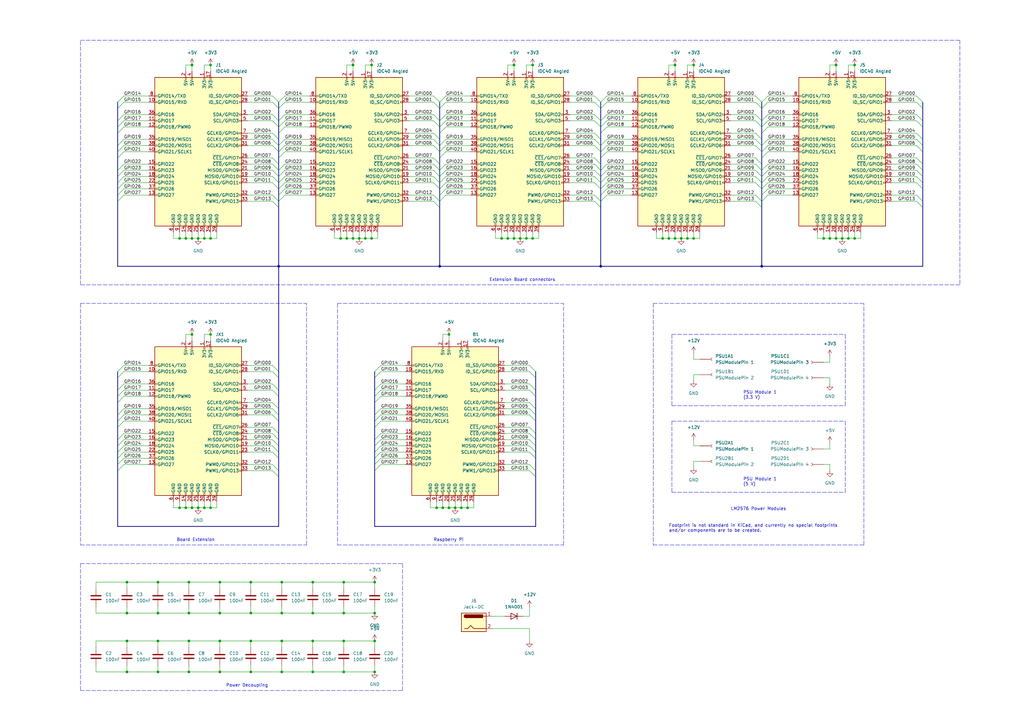
<source format=kicad_sch>
(kicad_sch (version 20211123) (generator eeschema)
  (paper "A3")
  (title_block (title "OpenTester (Rpi 3 based) Backplane") (date "2022-02-08") (rev "0.1") (company "Beech Grove"))
  (junction (at 279.4 97.79))
  (junction (at 210.82 26.67))
  (junction (at 90.17 251.46))
  (junction (at 147.32 97.79))
  (junction (at 102.87 238.76))
  (junction (at 274.32 97.79))
  (junction (at 140.97 238.76))
  (junction (at 312.42 109.22))
  (junction (at 115.57 251.46))
  (junction (at 81.28 208.28))
  (junction (at 153.67 238.76))
  (junction (at 140.97 275.59))
  (junction (at 152.4 97.79))
  (junction (at 340.36 97.79))
  (junction (at 77.47 275.59))
  (junction (at 215.9 97.79))
  (junction (at 350.52 97.79))
  (junction (at 218.44 26.67))
  (junction (at 83.82 97.79))
  (junction (at 128.27 275.59))
  (junction (at 78.74 137.16))
  (junction (at 83.82 208.28))
  (junction (at 345.44 97.79))
  (junction (at 90.17 262.89))
  (junction (at 64.77 262.89))
  (junction (at 64.77 275.59))
  (junction (at 139.7 97.79))
  (junction (at 78.74 208.28))
  (junction (at 208.28 97.79))
  (junction (at 210.82 97.79))
  (junction (at 86.36 26.67))
  (junction (at 180.34 109.22))
  (junction (at 276.86 97.79))
  (junction (at 115.57 238.76))
  (junction (at 76.2 97.79))
  (junction (at 152.4 26.67))
  (junction (at 86.36 97.79))
  (junction (at 186.69 208.28))
  (junction (at 144.78 97.79))
  (junction (at 179.07 208.28))
  (junction (at 342.9 97.79))
  (junction (at 246.38 109.22))
  (junction (at 115.57 262.89))
  (junction (at 81.28 97.79))
  (junction (at 64.77 238.76))
  (junction (at 284.48 97.79))
  (junction (at 140.97 262.89))
  (junction (at 153.67 262.89))
  (junction (at 153.67 251.46))
  (junction (at 184.15 208.28))
  (junction (at 142.24 97.79))
  (junction (at 337.82 97.79))
  (junction (at 271.78 97.79))
  (junction (at 78.74 97.79))
  (junction (at 90.17 238.76))
  (junction (at 77.47 238.76))
  (junction (at 77.47 262.89))
  (junction (at 52.07 262.89))
  (junction (at 77.47 251.46))
  (junction (at 76.2 208.28))
  (junction (at 86.36 137.16))
  (junction (at 128.27 238.76))
  (junction (at 347.98 97.79))
  (junction (at 213.36 97.79))
  (junction (at 73.66 97.79))
  (junction (at 149.86 97.79))
  (junction (at 128.27 262.89))
  (junction (at 218.44 97.79))
  (junction (at 205.74 97.79))
  (junction (at 52.07 251.46))
  (junction (at 144.78 26.67))
  (junction (at 52.07 238.76))
  (junction (at 78.74 26.67))
  (junction (at 191.77 208.28))
  (junction (at 86.36 208.28))
  (junction (at 102.87 251.46))
  (junction (at 281.94 97.79))
  (junction (at 350.52 26.67))
  (junction (at 73.66 208.28))
  (junction (at 114.3 109.22))
  (junction (at 90.17 275.59))
  (junction (at 128.27 251.46))
  (junction (at 189.23 208.28))
  (junction (at 64.77 251.46))
  (junction (at 102.87 275.59))
  (junction (at 140.97 251.46))
  (junction (at 102.87 262.89))
  (junction (at 276.86 26.67))
  (junction (at 284.48 26.67))
  (junction (at 153.67 275.59))
  (junction (at 342.9 26.67))
  (junction (at 115.57 275.59))
  (junction (at 181.61 208.28))
  (junction (at 184.15 137.16))
  (junction (at 52.07 275.59))
  (bus_entry (at 48.26 172.72) (size 2.54 -2.54))
  (bus_entry (at 114.3 80.01) (size 2.54 -2.54))
  (bus_entry (at 312.42 69.85) (size -2.54 -2.54))
  (bus_entry (at 378.46 67.31) (size -2.54 -2.54))
  (bus_entry (at 180.34 54.61) (size 2.54 -2.54))
  (bus_entry (at 114.3 185.42) (size -2.54 -2.54))
  (bus_entry (at 219.71 180.34) (size -2.54 -2.54))
  (bus_entry (at 114.3 52.07) (size 2.54 -2.54))
  (bus_entry (at 153.67 172.72) (size 2.54 -2.54))
  (bus_entry (at 312.42 72.39) (size 2.54 -2.54))
  (bus_entry (at 114.3 180.34) (size -2.54 -2.54))
  (bus_entry (at 180.34 80.01) (size 2.54 -2.54))
  (bus_entry (at 114.3 154.94) (size -2.54 -2.54))
  (bus_entry (at 378.46 74.93) (size -2.54 -2.54))
  (bus_entry (at 180.34 69.85) (size 2.54 -2.54))
  (bus_entry (at 378.46 57.15) (size -2.54 -2.54))
  (bus_entry (at 219.71 160.02) (size -2.54 -2.54))
  (bus_entry (at 180.34 77.47) (size -2.54 -2.54))
  (bus_entry (at 312.42 69.85) (size 2.54 -2.54))
  (bus_entry (at 219.71 195.58) (size -2.54 -2.54))
  (bus_entry (at 312.42 62.23) (size -2.54 -2.54))
  (bus_entry (at 153.67 152.4) (size 2.54 -2.54))
  (bus_entry (at 114.3 195.58) (size -2.54 -2.54))
  (bus_entry (at 246.38 72.39) (size -2.54 -2.54))
  (bus_entry (at 180.34 74.93) (size 2.54 -2.54))
  (bus_entry (at 246.38 49.53) (size -2.54 -2.54))
  (bus_entry (at 246.38 82.55) (size -2.54 -2.54))
  (bus_entry (at 180.34 82.55) (size 2.54 -2.54))
  (bus_entry (at 312.42 82.55) (size -2.54 -2.54))
  (bus_entry (at 180.34 59.69) (size 2.54 -2.54))
  (bus_entry (at 312.42 82.55) (size 2.54 -2.54))
  (bus_entry (at 180.34 52.07) (size 2.54 -2.54))
  (bus_entry (at 114.3 69.85) (size 2.54 -2.54))
  (bus_entry (at 246.38 85.09) (size -2.54 -2.54))
  (bus_entry (at 312.42 57.15) (size -2.54 -2.54))
  (bus_entry (at 378.46 44.45) (size -2.54 -2.54))
  (bus_entry (at 246.38 49.53) (size 2.54 -2.54))
  (bus_entry (at 312.42 52.07) (size -2.54 -2.54))
  (bus_entry (at 114.3 170.18) (size -2.54 -2.54))
  (bus_entry (at 246.38 77.47) (size -2.54 -2.54))
  (bus_entry (at 219.71 167.64) (size -2.54 -2.54))
  (bus_entry (at 219.71 182.88) (size -2.54 -2.54))
  (bus_entry (at 114.3 182.88) (size -2.54 -2.54))
  (bus_entry (at 153.67 162.56) (size 2.54 -2.54))
  (bus_entry (at 246.38 44.45) (size 2.54 -2.54))
  (bus_entry (at 219.71 172.72) (size -2.54 -2.54))
  (bus_entry (at 180.34 62.23) (size -2.54 -2.54))
  (bus_entry (at 312.42 80.01) (size 2.54 -2.54))
  (bus_entry (at 48.26 154.94) (size 2.54 -2.54))
  (bus_entry (at 114.3 167.64) (size -2.54 -2.54))
  (bus_entry (at 219.71 193.04) (size -2.54 -2.54))
  (bus_entry (at 114.3 152.4) (size -2.54 -2.54))
  (bus_entry (at 312.42 49.53) (size 2.54 -2.54))
  (bus_entry (at 180.34 49.53) (size -2.54 -2.54))
  (bus_entry (at 180.34 69.85) (size -2.54 -2.54))
  (bus_entry (at 312.42 41.91) (size -2.54 -2.54))
  (bus_entry (at 312.42 54.61) (size 2.54 -2.54))
  (bus_entry (at 180.34 82.55) (size -2.54 -2.54))
  (bus_entry (at 153.67 193.04) (size 2.54 -2.54))
  (bus_entry (at 180.34 77.47) (size 2.54 -2.54))
  (bus_entry (at 48.26 162.56) (size 2.54 -2.54))
  (bus_entry (at 180.34 85.09) (size -2.54 -2.54))
  (bus_entry (at 219.71 185.42) (size -2.54 -2.54))
  (bus_entry (at 153.67 182.88) (size 2.54 -2.54))
  (bus_entry (at 312.42 44.45) (size 2.54 -2.54))
  (bus_entry (at 378.46 59.69) (size -2.54 -2.54))
  (bus_entry (at 114.3 193.04) (size -2.54 -2.54))
  (bus_entry (at 48.26 182.88) (size 2.54 -2.54))
  (bus_entry (at 114.3 44.45) (size -2.54 -2.54))
  (bus_entry (at 114.3 41.91) (size -2.54 -2.54))
  (bus_entry (at 114.3 62.23) (size -2.54 -2.54))
  (bus_entry (at 114.3 57.15) (size -2.54 -2.54))
  (bus_entry (at 114.3 59.69) (size -2.54 -2.54))
  (bus_entry (at 114.3 52.07) (size -2.54 -2.54))
  (bus_entry (at 114.3 49.53) (size -2.54 -2.54))
  (bus_entry (at 114.3 67.31) (size -2.54 -2.54))
  (bus_entry (at 114.3 85.09) (size -2.54 -2.54))
  (bus_entry (at 114.3 82.55) (size -2.54 -2.54))
  (bus_entry (at 114.3 77.47) (size -2.54 -2.54))
  (bus_entry (at 114.3 72.39) (size -2.54 -2.54))
  (bus_entry (at 114.3 74.93) (size -2.54 -2.54))
  (bus_entry (at 114.3 69.85) (size -2.54 -2.54))
  (bus_entry (at 48.26 41.91) (size 2.54 -2.54))
  (bus_entry (at 48.26 44.45) (size 2.54 -2.54))
  (bus_entry (at 48.26 49.53) (size 2.54 -2.54))
  (bus_entry (at 48.26 64.77) (size 2.54 -2.54))
  (bus_entry (at 48.26 80.01) (size 2.54 -2.54))
  (bus_entry (at 48.26 82.55) (size 2.54 -2.54))
  (bus_entry (at 48.26 54.61) (size 2.54 -2.54))
  (bus_entry (at 48.26 52.07) (size 2.54 -2.54))
  (bus_entry (at 48.26 77.47) (size 2.54 -2.54))
  (bus_entry (at 48.26 69.85) (size 2.54 -2.54))
  (bus_entry (at 48.26 74.93) (size 2.54 -2.54))
  (bus_entry (at 48.26 72.39) (size 2.54 -2.54))
  (bus_entry (at 48.26 59.69) (size 2.54 -2.54))
  (bus_entry (at 48.26 62.23) (size 2.54 -2.54))
  (bus_entry (at 153.67 170.18) (size 2.54 -2.54))
  (bus_entry (at 48.26 165.1) (size 2.54 -2.54))
  (bus_entry (at 312.42 52.07) (size 2.54 -2.54))
  (bus_entry (at 48.26 152.4) (size 2.54 -2.54))
  (bus_entry (at 48.26 185.42) (size 2.54 -2.54))
  (bus_entry (at 246.38 52.07) (size 2.54 -2.54))
  (bus_entry (at 180.34 57.15) (size -2.54 -2.54))
  (bus_entry (at 114.3 49.53) (size 2.54 -2.54))
  (bus_entry (at 246.38 80.01) (size 2.54 -2.54))
  (bus_entry (at 378.46 41.91) (size -2.54 -2.54))
  (bus_entry (at 219.71 152.4) (size -2.54 -2.54))
  (bus_entry (at 180.34 52.07) (size -2.54 -2.54))
  (bus_entry (at 114.3 74.93) (size 2.54 -2.54))
  (bus_entry (at 246.38 69.85) (size 2.54 -2.54))
  (bus_entry (at 114.3 162.56) (size -2.54 -2.54))
  (bus_entry (at 219.71 154.94) (size -2.54 -2.54))
  (bus_entry (at 114.3 177.8) (size -2.54 -2.54))
  (bus_entry (at 378.46 69.85) (size -2.54 -2.54))
  (bus_entry (at 312.42 67.31) (size -2.54 -2.54))
  (bus_entry (at 180.34 62.23) (size 2.54 -2.54))
  (bus_entry (at 312.42 44.45) (size -2.54 -2.54))
  (bus_entry (at 246.38 77.47) (size 2.54 -2.54))
  (bus_entry (at 246.38 59.69) (size 2.54 -2.54))
  (bus_entry (at 114.3 59.69) (size 2.54 -2.54))
  (bus_entry (at 180.34 72.39) (size 2.54 -2.54))
  (bus_entry (at 48.26 175.26) (size 2.54 -2.54))
  (bus_entry (at 180.34 67.31) (size -2.54 -2.54))
  (bus_entry (at 246.38 69.85) (size -2.54 -2.54))
  (bus_entry (at 246.38 62.23) (size -2.54 -2.54))
  (bus_entry (at 219.71 177.8) (size -2.54 -2.54))
  (bus_entry (at 48.26 160.02) (size 2.54 -2.54))
  (bus_entry (at 48.26 180.34) (size 2.54 -2.54))
  (bus_entry (at 246.38 62.23) (size 2.54 -2.54))
  (bus_entry (at 153.67 180.34) (size 2.54 -2.54))
  (bus_entry (at 246.38 41.91) (size -2.54 -2.54))
  (bus_entry (at 153.67 185.42) (size 2.54 -2.54))
  (bus_entry (at 246.38 54.61) (size 2.54 -2.54))
  (bus_entry (at 180.34 64.77) (size 2.54 -2.54))
  (bus_entry (at 180.34 59.69) (size -2.54 -2.54))
  (bus_entry (at 180.34 72.39) (size -2.54 -2.54))
  (bus_entry (at 378.46 72.39) (size -2.54 -2.54))
  (bus_entry (at 312.42 41.91) (size 2.54 -2.54))
  (bus_entry (at 246.38 41.91) (size 2.54 -2.54))
  (bus_entry (at 153.67 175.26) (size 2.54 -2.54))
  (bus_entry (at 180.34 44.45) (size -2.54 -2.54))
  (bus_entry (at 219.71 170.18) (size -2.54 -2.54))
  (bus_entry (at 153.67 190.5) (size 2.54 -2.54))
  (bus_entry (at 246.38 67.31) (size -2.54 -2.54))
  (bus_entry (at 312.42 77.47) (size 2.54 -2.54))
  (bus_entry (at 246.38 44.45) (size -2.54 -2.54))
  (bus_entry (at 246.38 52.07) (size -2.54 -2.54))
  (bus_entry (at 378.46 62.23) (size -2.54 -2.54))
  (bus_entry (at 114.3 41.91) (size 2.54 -2.54))
  (bus_entry (at 114.3 64.77) (size 2.54 -2.54))
  (bus_entry (at 378.46 49.53) (size -2.54 -2.54))
  (bus_entry (at 312.42 77.47) (size -2.54 -2.54))
  (bus_entry (at 246.38 64.77) (size 2.54 -2.54))
  (bus_entry (at 48.26 190.5) (size 2.54 -2.54))
  (bus_entry (at 114.3 44.45) (size 2.54 -2.54))
  (bus_entry (at 246.38 82.55) (size 2.54 -2.54))
  (bus_entry (at 114.3 54.61) (size 2.54 -2.54))
  (bus_entry (at 114.3 82.55) (size 2.54 -2.54))
  (bus_entry (at 246.38 74.93) (size 2.54 -2.54))
  (bus_entry (at 246.38 59.69) (size -2.54 -2.54))
  (bus_entry (at 180.34 41.91) (size 2.54 -2.54))
  (bus_entry (at 219.71 162.56) (size -2.54 -2.54))
  (bus_entry (at 312.42 59.69) (size -2.54 -2.54))
  (bus_entry (at 180.34 74.93) (size -2.54 -2.54))
  (bus_entry (at 114.3 77.47) (size 2.54 -2.54))
  (bus_entry (at 114.3 172.72) (size -2.54 -2.54))
  (bus_entry (at 153.67 165.1) (size 2.54 -2.54))
  (bus_entry (at 378.46 52.07) (size -2.54 -2.54))
  (bus_entry (at 312.42 62.23) (size 2.54 -2.54))
  (bus_entry (at 180.34 49.53) (size 2.54 -2.54))
  (bus_entry (at 114.3 187.96) (size -2.54 -2.54))
  (bus_entry (at 114.3 62.23) (size 2.54 -2.54))
  (bus_entry (at 219.71 187.96) (size -2.54 -2.54))
  (bus_entry (at 48.26 187.96) (size 2.54 -2.54))
  (bus_entry (at 114.3 160.02) (size -2.54 -2.54))
  (bus_entry (at 246.38 72.39) (size 2.54 -2.54))
  (bus_entry (at 180.34 44.45) (size 2.54 -2.54))
  (bus_entry (at 378.46 82.55) (size -2.54 -2.54))
  (bus_entry (at 312.42 72.39) (size -2.54 -2.54))
  (bus_entry (at 312.42 49.53) (size -2.54 -2.54))
  (bus_entry (at 48.26 193.04) (size 2.54 -2.54))
  (bus_entry (at 312.42 74.93) (size 2.54 -2.54))
  (bus_entry (at 246.38 57.15) (size -2.54 -2.54))
  (bus_entry (at 378.46 85.09) (size -2.54 -2.54))
  (bus_entry (at 153.67 187.96) (size 2.54 -2.54))
  (bus_entry (at 153.67 154.94) (size 2.54 -2.54))
  (bus_entry (at 312.42 59.69) (size 2.54 -2.54))
  (bus_entry (at 378.46 77.47) (size -2.54 -2.54))
  (bus_entry (at 153.67 160.02) (size 2.54 -2.54))
  (bus_entry (at 48.26 170.18) (size 2.54 -2.54))
  (bus_entry (at 114.3 72.39) (size 2.54 -2.54))
  (bus_entry (at 246.38 74.93) (size -2.54 -2.54))
  (bus_entry (at 312.42 74.93) (size -2.54 -2.54))
  (bus_entry (at 312.42 85.09) (size -2.54 -2.54))
  (bus_entry (at 312.42 64.77) (size 2.54 -2.54))
  (bus_entry (at 180.34 41.91) (size -2.54 -2.54))
  (bus (pts (xy 180.34 52.07) (xy 180.34 54.61)))
  (bus (pts (xy 114.3 180.34) (xy 114.3 182.88)))
  (wire (pts (xy 71.12 205.74) (xy 71.12 208.28)))
  (wire (pts (xy 83.82 26.67) (xy 86.36 26.67)))
  (wire (pts (xy 205.74 95.25) (xy 205.74 97.79)))
  (wire (pts (xy 342.9 97.79) (xy 345.44 97.79)))
  (wire (pts (xy 83.82 137.16) (xy 86.36 137.16)))
  (bus (pts (xy 378.46 72.39) (xy 378.46 74.93)))
  (bus (pts (xy 378.46 57.15) (xy 378.46 59.69)))
  (bus (pts (xy 180.34 57.15) (xy 180.34 59.69)))
  (wire (pts (xy 274.32 95.25) (xy 274.32 97.79)))
  (wire (pts (xy 207.01 175.26) (xy 217.17 175.26)))
  (wire (pts (xy 365.76 80.01) (xy 375.92 80.01)))
  (wire (pts (xy 52.07 248.92) (xy 52.07 251.46)))
  (wire (pts (xy 116.84 39.37) (xy 127 39.37)))
  (wire (pts (xy 52.07 238.76) (xy 52.07 241.3)))
  (bus (pts (xy 312.42 67.31) (xy 312.42 69.85)))
  (bus (pts (xy 246.38 77.47) (xy 246.38 80.01)))
  (wire (pts (xy 50.8 39.37) (xy 60.96 39.37)))
  (bus (pts (xy 114.3 85.09) (xy 114.3 109.22)))
  (wire (pts (xy 77.47 262.89) (xy 77.47 265.43)))
  (wire (pts (xy 86.36 26.67) (xy 86.36 29.21)))
  (wire (pts (xy 71.12 95.25) (xy 71.12 97.79)))
  (wire (pts (xy 101.6 80.01) (xy 111.76 80.01)))
  (wire (pts (xy 233.68 41.91) (xy 243.84 41.91)))
  (wire (pts (xy 156.21 152.4) (xy 166.37 152.4)))
  (wire (pts (xy 156.21 167.64) (xy 166.37 167.64)))
  (bus (pts (xy 114.3 167.64) (xy 114.3 170.18)))
  (wire (pts (xy 186.69 205.74) (xy 186.69 208.28)))
  (wire (pts (xy 154.94 97.79) (xy 154.94 95.25)))
  (bus (pts (xy 246.38 44.45) (xy 246.38 49.53)))
  (bus (pts (xy 312.42 62.23) (xy 312.42 64.77)))
  (wire (pts (xy 77.47 238.76) (xy 77.47 241.3)))
  (wire (pts (xy 167.64 39.37) (xy 177.8 39.37)))
  (wire (pts (xy 201.93 257.81) (xy 217.17 257.81)))
  (wire (pts (xy 156.21 185.42) (xy 166.37 185.42)))
  (wire (pts (xy 140.97 248.92) (xy 140.97 251.46)))
  (wire (pts (xy 144.78 95.25) (xy 144.78 97.79)))
  (wire (pts (xy 248.92 49.53) (xy 259.08 49.53)))
  (wire (pts (xy 64.77 262.89) (xy 64.77 265.43)))
  (bus (pts (xy 180.34 64.77) (xy 180.34 67.31)))
  (wire (pts (xy 78.74 137.16) (xy 78.74 139.7)))
  (polyline (pts (xy 275.59 137.16) (xy 275.59 166.37)))
  (wire (pts (xy 284.48 95.25) (xy 284.48 97.79)))
  (wire (pts (xy 153.67 238.76) (xy 153.67 241.3)))
  (bus (pts (xy 180.34 59.69) (xy 180.34 62.23)))
  (wire (pts (xy 128.27 273.05) (xy 128.27 275.59)))
  (bus (pts (xy 153.67 152.4) (xy 153.67 154.94)))
  (bus (pts (xy 48.26 193.04) (xy 48.26 215.9)))
  (wire (pts (xy 274.32 26.67) (xy 276.86 26.67)))
  (wire (pts (xy 365.76 57.15) (xy 375.92 57.15)))
  (wire (pts (xy 50.8 157.48) (xy 60.96 157.48)))
  (wire (pts (xy 101.6 180.34) (xy 111.76 180.34)))
  (wire (pts (xy 140.97 238.76) (xy 153.67 238.76)))
  (bus (pts (xy 153.67 180.34) (xy 153.67 182.88)))
  (wire (pts (xy 207.01 182.88) (xy 217.17 182.88)))
  (wire (pts (xy 281.94 29.21) (xy 281.94 26.67)))
  (wire (pts (xy 248.92 77.47) (xy 259.08 77.47)))
  (wire (pts (xy 350.52 26.67) (xy 350.52 29.21)))
  (bus (pts (xy 114.3 41.91) (xy 114.3 44.45)))
  (wire (pts (xy 248.92 57.15) (xy 259.08 57.15)))
  (wire (pts (xy 153.67 251.46) (xy 153.67 248.92)))
  (wire (pts (xy 77.47 248.92) (xy 77.47 251.46)))
  (wire (pts (xy 64.77 273.05) (xy 64.77 275.59)))
  (polyline (pts (xy 346.71 166.37) (xy 346.71 137.16)))
  (wire (pts (xy 50.8 190.5) (xy 60.96 190.5)))
  (bus (pts (xy 246.38 64.77) (xy 246.38 67.31)))
  (bus (pts (xy 219.71 167.64) (xy 219.71 170.18)))
  (bus (pts (xy 219.71 152.4) (xy 219.71 154.94)))
  (wire (pts (xy 78.74 95.25) (xy 78.74 97.79)))
  (polyline (pts (xy 275.59 201.93) (xy 346.71 201.93)))
  (bus (pts (xy 246.38 85.09) (xy 246.38 109.22)))
  (wire (pts (xy 115.57 262.89) (xy 115.57 265.43)))
  (wire (pts (xy 152.4 26.67) (xy 152.4 29.21)))
  (wire (pts (xy 116.84 67.31) (xy 127 67.31)))
  (wire (pts (xy 337.82 184.15) (xy 340.36 184.15)))
  (wire (pts (xy 284.48 147.32) (xy 287.02 147.32)))
  (wire (pts (xy 181.61 137.16) (xy 184.15 137.16)))
  (wire (pts (xy 83.82 95.25) (xy 83.82 97.79)))
  (wire (pts (xy 248.92 41.91) (xy 259.08 41.91)))
  (wire (pts (xy 88.9 208.28) (xy 88.9 205.74)))
  (bus (pts (xy 48.26 80.01) (xy 48.26 82.55)))
  (wire (pts (xy 314.96 59.69) (xy 325.12 59.69)))
  (wire (pts (xy 314.96 62.23) (xy 325.12 62.23)))
  (wire (pts (xy 299.72 67.31) (xy 309.88 67.31)))
  (polyline (pts (xy 138.43 223.52) (xy 231.14 223.52)))
  (wire (pts (xy 140.97 262.89) (xy 153.67 262.89)))
  (wire (pts (xy 39.37 273.05) (xy 39.37 275.59)))
  (wire (pts (xy 337.82 97.79) (xy 340.36 97.79)))
  (wire (pts (xy 116.84 69.85) (xy 127 69.85)))
  (wire (pts (xy 50.8 170.18) (xy 60.96 170.18)))
  (wire (pts (xy 101.6 177.8) (xy 111.76 177.8)))
  (wire (pts (xy 215.9 95.25) (xy 215.9 97.79)))
  (wire (pts (xy 233.68 69.85) (xy 243.84 69.85)))
  (bus (pts (xy 378.46 69.85) (xy 378.46 72.39)))
  (wire (pts (xy 101.6 149.86) (xy 111.76 149.86)))
  (wire (pts (xy 52.07 238.76) (xy 64.77 238.76)))
  (wire (pts (xy 314.96 67.31) (xy 325.12 67.31)))
  (bus (pts (xy 246.38 54.61) (xy 246.38 57.15)))
  (wire (pts (xy 233.68 67.31) (xy 243.84 67.31)))
  (wire (pts (xy 156.21 177.8) (xy 166.37 177.8)))
  (wire (pts (xy 128.27 262.89) (xy 128.27 265.43)))
  (polyline (pts (xy 267.97 124.46) (xy 354.33 124.46)))
  (wire (pts (xy 116.84 77.47) (xy 127 77.47)))
  (wire (pts (xy 102.87 238.76) (xy 102.87 241.3)))
  (polyline (pts (xy 275.59 172.72) (xy 346.71 172.72)))
  (wire (pts (xy 156.21 187.96) (xy 166.37 187.96)))
  (wire (pts (xy 90.17 275.59) (xy 102.87 275.59)))
  (bus (pts (xy 114.3 109.22) (xy 180.34 109.22)))
  (wire (pts (xy 156.21 149.86) (xy 166.37 149.86)))
  (wire (pts (xy 181.61 208.28) (xy 184.15 208.28)))
  (wire (pts (xy 269.24 97.79) (xy 271.78 97.79)))
  (wire (pts (xy 101.6 64.77) (xy 111.76 64.77)))
  (wire (pts (xy 167.64 64.77) (xy 177.8 64.77)))
  (wire (pts (xy 207.01 177.8) (xy 217.17 177.8)))
  (wire (pts (xy 50.8 77.47) (xy 60.96 77.47)))
  (wire (pts (xy 233.68 74.93) (xy 243.84 74.93)))
  (wire (pts (xy 101.6 46.99) (xy 111.76 46.99)))
  (bus (pts (xy 48.26 41.91) (xy 48.26 44.45)))
  (wire (pts (xy 314.96 57.15) (xy 325.12 57.15)))
  (wire (pts (xy 347.98 97.79) (xy 350.52 97.79)))
  (wire (pts (xy 102.87 275.59) (xy 115.57 275.59)))
  (wire (pts (xy 167.64 46.99) (xy 177.8 46.99)))
  (bus (pts (xy 48.26 154.94) (xy 48.26 160.02)))
  (wire (pts (xy 233.68 39.37) (xy 243.84 39.37)))
  (bus (pts (xy 219.71 195.58) (xy 219.71 215.9)))
  (bus (pts (xy 48.26 160.02) (xy 48.26 162.56)))
  (wire (pts (xy 365.76 82.55) (xy 375.92 82.55)))
  (bus (pts (xy 246.38 52.07) (xy 246.38 54.61)))
  (bus (pts (xy 246.38 109.22) (xy 312.42 109.22)))
  (wire (pts (xy 83.82 205.74) (xy 83.82 208.28)))
  (wire (pts (xy 365.76 74.93) (xy 375.92 74.93)))
  (wire (pts (xy 64.77 248.92) (xy 64.77 251.46)))
  (bus (pts (xy 153.67 182.88) (xy 153.67 185.42)))
  (wire (pts (xy 269.24 95.25) (xy 269.24 97.79)))
  (wire (pts (xy 101.6 152.4) (xy 111.76 152.4)))
  (wire (pts (xy 299.72 80.01) (xy 309.88 80.01)))
  (wire (pts (xy 147.32 95.25) (xy 147.32 97.79)))
  (bus (pts (xy 246.38 62.23) (xy 246.38 64.77)))
  (wire (pts (xy 182.88 46.99) (xy 193.04 46.99)))
  (wire (pts (xy 64.77 275.59) (xy 77.47 275.59)))
  (wire (pts (xy 90.17 238.76) (xy 102.87 238.76)))
  (wire (pts (xy 179.07 205.74) (xy 179.07 208.28)))
  (bus (pts (xy 246.38 74.93) (xy 246.38 77.47)))
  (bus (pts (xy 312.42 69.85) (xy 312.42 72.39)))
  (wire (pts (xy 176.53 205.74) (xy 176.53 208.28)))
  (wire (pts (xy 276.86 26.67) (xy 276.86 29.21)))
  (bus (pts (xy 219.71 180.34) (xy 219.71 182.88)))
  (wire (pts (xy 340.36 146.05) (xy 340.36 148.59)))
  (wire (pts (xy 182.88 52.07) (xy 193.04 52.07)))
  (wire (pts (xy 39.37 265.43) (xy 39.37 262.89)))
  (wire (pts (xy 213.36 97.79) (xy 215.9 97.79)))
  (wire (pts (xy 233.68 59.69) (xy 243.84 59.69)))
  (wire (pts (xy 149.86 26.67) (xy 152.4 26.67)))
  (wire (pts (xy 116.84 57.15) (xy 127 57.15)))
  (wire (pts (xy 248.92 74.93) (xy 259.08 74.93)))
  (wire (pts (xy 52.07 275.59) (xy 64.77 275.59)))
  (wire (pts (xy 142.24 29.21) (xy 142.24 26.67)))
  (wire (pts (xy 208.28 26.67) (xy 210.82 26.67)))
  (wire (pts (xy 347.98 95.25) (xy 347.98 97.79)))
  (wire (pts (xy 73.66 205.74) (xy 73.66 208.28)))
  (bus (pts (xy 48.26 215.9) (xy 114.3 215.9)))
  (wire (pts (xy 142.24 97.79) (xy 144.78 97.79)))
  (wire (pts (xy 335.28 97.79) (xy 337.82 97.79)))
  (wire (pts (xy 215.9 29.21) (xy 215.9 26.67)))
  (wire (pts (xy 116.84 52.07) (xy 127 52.07)))
  (wire (pts (xy 128.27 238.76) (xy 128.27 241.3)))
  (wire (pts (xy 156.21 190.5) (xy 166.37 190.5)))
  (wire (pts (xy 182.88 59.69) (xy 193.04 59.69)))
  (bus (pts (xy 153.67 162.56) (xy 153.67 165.1)))
  (wire (pts (xy 102.87 238.76) (xy 115.57 238.76)))
  (bus (pts (xy 180.34 74.93) (xy 180.34 77.47)))
  (polyline (pts (xy 138.43 124.46) (xy 231.14 124.46)))
  (wire (pts (xy 77.47 262.89) (xy 90.17 262.89)))
  (bus (pts (xy 180.34 54.61) (xy 180.34 57.15)))
  (wire (pts (xy 342.9 95.25) (xy 342.9 97.79)))
  (wire (pts (xy 365.76 69.85) (xy 375.92 69.85)))
  (wire (pts (xy 184.15 208.28) (xy 186.69 208.28)))
  (wire (pts (xy 233.68 54.61) (xy 243.84 54.61)))
  (wire (pts (xy 167.64 67.31) (xy 177.8 67.31)))
  (wire (pts (xy 52.07 251.46) (xy 64.77 251.46)))
  (wire (pts (xy 279.4 97.79) (xy 281.94 97.79)))
  (wire (pts (xy 365.76 67.31) (xy 375.92 67.31)))
  (wire (pts (xy 314.96 77.47) (xy 325.12 77.47)))
  (wire (pts (xy 213.36 95.25) (xy 213.36 97.79)))
  (wire (pts (xy 182.88 77.47) (xy 193.04 77.47)))
  (wire (pts (xy 77.47 251.46) (xy 90.17 251.46)))
  (wire (pts (xy 115.57 238.76) (xy 128.27 238.76)))
  (wire (pts (xy 86.36 208.28) (xy 88.9 208.28)))
  (wire (pts (xy 248.92 52.07) (xy 259.08 52.07)))
  (wire (pts (xy 90.17 273.05) (xy 90.17 275.59)))
  (wire (pts (xy 207.01 170.18) (xy 217.17 170.18)))
  (wire (pts (xy 284.48 180.34) (xy 284.48 182.88)))
  (wire (pts (xy 50.8 49.53) (xy 60.96 49.53)))
  (wire (pts (xy 142.24 95.25) (xy 142.24 97.79)))
  (wire (pts (xy 215.9 26.67) (xy 218.44 26.67)))
  (wire (pts (xy 101.6 57.15) (xy 111.76 57.15)))
  (wire (pts (xy 248.92 67.31) (xy 259.08 67.31)))
  (wire (pts (xy 156.21 180.34) (xy 166.37 180.34)))
  (wire (pts (xy 102.87 248.92) (xy 102.87 251.46)))
  (bus (pts (xy 153.67 190.5) (xy 153.67 193.04)))
  (wire (pts (xy 64.77 251.46) (xy 77.47 251.46)))
  (wire (pts (xy 128.27 251.46) (xy 140.97 251.46)))
  (polyline (pts (xy 33.02 231.14) (xy 33.02 283.21)))
  (bus (pts (xy 312.42 54.61) (xy 312.42 57.15)))
  (wire (pts (xy 101.6 193.04) (xy 111.76 193.04)))
  (wire (pts (xy 116.84 74.93) (xy 127 74.93)))
  (wire (pts (xy 220.98 97.79) (xy 220.98 95.25)))
  (wire (pts (xy 208.28 95.25) (xy 208.28 97.79)))
  (wire (pts (xy 314.96 74.93) (xy 325.12 74.93)))
  (wire (pts (xy 77.47 238.76) (xy 90.17 238.76)))
  (wire (pts (xy 156.21 160.02) (xy 166.37 160.02)))
  (bus (pts (xy 48.26 180.34) (xy 48.26 182.88)))
  (wire (pts (xy 39.37 275.59) (xy 52.07 275.59)))
  (wire (pts (xy 167.64 69.85) (xy 177.8 69.85)))
  (wire (pts (xy 281.94 26.67) (xy 284.48 26.67)))
  (wire (pts (xy 116.84 80.01) (xy 127 80.01)))
  (bus (pts (xy 378.46 82.55) (xy 378.46 85.09)))
  (wire (pts (xy 274.32 29.21) (xy 274.32 26.67)))
  (wire (pts (xy 73.66 95.25) (xy 73.66 97.79)))
  (wire (pts (xy 50.8 177.8) (xy 60.96 177.8)))
  (wire (pts (xy 210.82 97.79) (xy 213.36 97.79)))
  (bus (pts (xy 219.71 162.56) (xy 219.71 167.64)))
  (wire (pts (xy 179.07 208.28) (xy 181.61 208.28)))
  (wire (pts (xy 365.76 41.91) (xy 375.92 41.91)))
  (wire (pts (xy 350.52 95.25) (xy 350.52 97.79)))
  (wire (pts (xy 314.96 69.85) (xy 325.12 69.85)))
  (wire (pts (xy 90.17 262.89) (xy 102.87 262.89)))
  (wire (pts (xy 81.28 97.79) (xy 83.82 97.79)))
  (wire (pts (xy 88.9 97.79) (xy 88.9 95.25)))
  (polyline (pts (xy 393.7 16.51) (xy 393.7 116.84)))
  (wire (pts (xy 218.44 26.67) (xy 218.44 29.21)))
  (wire (pts (xy 184.15 137.16) (xy 184.15 139.7)))
  (wire (pts (xy 345.44 95.25) (xy 345.44 97.79)))
  (wire (pts (xy 299.72 49.53) (xy 309.88 49.53)))
  (wire (pts (xy 71.12 97.79) (xy 73.66 97.79)))
  (bus (pts (xy 219.71 160.02) (xy 219.71 162.56)))
  (bus (pts (xy 180.34 80.01) (xy 180.34 82.55)))
  (wire (pts (xy 128.27 275.59) (xy 140.97 275.59)))
  (polyline (pts (xy 33.02 124.46) (xy 33.02 223.52)))
  (wire (pts (xy 233.68 57.15) (xy 243.84 57.15)))
  (wire (pts (xy 115.57 262.89) (xy 128.27 262.89)))
  (wire (pts (xy 83.82 29.21) (xy 83.82 26.67)))
  (wire (pts (xy 137.16 95.25) (xy 137.16 97.79)))
  (wire (pts (xy 140.97 262.89) (xy 140.97 265.43)))
  (bus (pts (xy 48.26 54.61) (xy 48.26 59.69)))
  (bus (pts (xy 48.26 77.47) (xy 48.26 80.01)))
  (wire (pts (xy 50.8 160.02) (xy 60.96 160.02)))
  (wire (pts (xy 314.96 49.53) (xy 325.12 49.53)))
  (wire (pts (xy 102.87 251.46) (xy 115.57 251.46)))
  (wire (pts (xy 90.17 238.76) (xy 90.17 241.3)))
  (wire (pts (xy 182.88 39.37) (xy 193.04 39.37)))
  (wire (pts (xy 50.8 69.85) (xy 60.96 69.85)))
  (bus (pts (xy 378.46 44.45) (xy 378.46 49.53)))
  (wire (pts (xy 116.84 41.91) (xy 127 41.91)))
  (wire (pts (xy 205.74 97.79) (xy 208.28 97.79)))
  (wire (pts (xy 284.48 144.78) (xy 284.48 147.32)))
  (wire (pts (xy 365.76 59.69) (xy 375.92 59.69)))
  (wire (pts (xy 52.07 273.05) (xy 52.07 275.59)))
  (wire (pts (xy 210.82 26.67) (xy 210.82 29.21)))
  (wire (pts (xy 86.36 97.79) (xy 88.9 97.79)))
  (bus (pts (xy 219.71 193.04) (xy 219.71 195.58)))
  (bus (pts (xy 114.3 74.93) (xy 114.3 77.47)))
  (bus (pts (xy 153.67 165.1) (xy 153.67 170.18)))
  (wire (pts (xy 233.68 80.01) (xy 243.84 80.01)))
  (wire (pts (xy 128.27 238.76) (xy 140.97 238.76)))
  (bus (pts (xy 180.34 72.39) (xy 180.34 74.93)))
  (wire (pts (xy 50.8 182.88) (xy 60.96 182.88)))
  (bus (pts (xy 114.3 77.47) (xy 114.3 80.01)))
  (bus (pts (xy 180.34 109.22) (xy 246.38 109.22)))
  (bus (pts (xy 312.42 82.55) (xy 312.42 85.09)))
  (wire (pts (xy 140.97 238.76) (xy 140.97 241.3)))
  (bus (pts (xy 48.26 59.69) (xy 48.26 62.23)))
  (bus (pts (xy 114.3 195.58) (xy 114.3 215.9)))
  (bus (pts (xy 378.46 77.47) (xy 378.46 82.55)))
  (wire (pts (xy 83.82 139.7) (xy 83.82 137.16)))
  (polyline (pts (xy 33.02 116.84) (xy 33.02 16.51)))
  (bus (pts (xy 48.26 74.93) (xy 48.26 77.47)))
  (wire (pts (xy 101.6 39.37) (xy 111.76 39.37)))
  (wire (pts (xy 365.76 49.53) (xy 375.92 49.53)))
  (wire (pts (xy 140.97 275.59) (xy 153.67 275.59)))
  (wire (pts (xy 314.96 72.39) (xy 325.12 72.39)))
  (wire (pts (xy 182.88 57.15) (xy 193.04 57.15)))
  (bus (pts (xy 48.26 185.42) (xy 48.26 187.96)))
  (wire (pts (xy 76.2 139.7) (xy 76.2 137.16)))
  (bus (pts (xy 153.67 187.96) (xy 153.67 190.5)))
  (polyline (pts (xy 33.02 231.14) (xy 165.1 231.14)))
  (bus (pts (xy 114.3 82.55) (xy 114.3 85.09)))
  (polyline (pts (xy 393.7 116.84) (xy 33.02 116.84)))
  (wire (pts (xy 340.36 157.48) (xy 340.36 154.94)))
  (wire (pts (xy 101.6 165.1) (xy 111.76 165.1)))
  (wire (pts (xy 78.74 205.74) (xy 78.74 208.28)))
  (wire (pts (xy 248.92 46.99) (xy 259.08 46.99)))
  (polyline (pts (xy 275.59 166.37) (xy 346.71 166.37)))
  (polyline (pts (xy 354.33 223.52) (xy 354.33 124.46)))
  (bus (pts (xy 48.26 162.56) (xy 48.26 165.1)))
  (bus (pts (xy 48.26 172.72) (xy 48.26 175.26)))
  (bus (pts (xy 48.26 52.07) (xy 48.26 54.61)))
  (bus (pts (xy 180.34 62.23) (xy 180.34 64.77)))
  (wire (pts (xy 182.88 62.23) (xy 193.04 62.23)))
  (bus (pts (xy 219.71 154.94) (xy 219.71 160.02)))
  (wire (pts (xy 78.74 97.79) (xy 81.28 97.79)))
  (wire (pts (xy 86.36 95.25) (xy 86.36 97.79)))
  (bus (pts (xy 48.26 187.96) (xy 48.26 190.5)))
  (wire (pts (xy 50.8 167.64) (xy 60.96 167.64)))
  (wire (pts (xy 81.28 208.28) (xy 83.82 208.28)))
  (wire (pts (xy 248.92 62.23) (xy 259.08 62.23)))
  (bus (pts (xy 246.38 41.91) (xy 246.38 44.45)))
  (wire (pts (xy 299.72 74.93) (xy 309.88 74.93)))
  (wire (pts (xy 101.6 54.61) (xy 111.76 54.61)))
  (wire (pts (xy 191.77 205.74) (xy 191.77 208.28)))
  (wire (pts (xy 156.21 170.18) (xy 166.37 170.18)))
  (wire (pts (xy 214.63 252.73) (xy 217.17 252.73)))
  (wire (pts (xy 144.78 26.67) (xy 144.78 29.21)))
  (bus (pts (xy 246.38 59.69) (xy 246.38 62.23)))
  (bus (pts (xy 114.3 185.42) (xy 114.3 187.96)))
  (wire (pts (xy 191.77 208.28) (xy 194.31 208.28)))
  (bus (pts (xy 153.67 193.04) (xy 153.67 215.9)))
  (bus (pts (xy 114.3 182.88) (xy 114.3 185.42)))
  (wire (pts (xy 184.15 205.74) (xy 184.15 208.28)))
  (wire (pts (xy 86.36 137.16) (xy 86.36 139.7)))
  (wire (pts (xy 350.52 97.79) (xy 353.06 97.79)))
  (wire (pts (xy 167.64 59.69) (xy 177.8 59.69)))
  (bus (pts (xy 48.26 190.5) (xy 48.26 193.04)))
  (wire (pts (xy 353.06 97.79) (xy 353.06 95.25)))
  (wire (pts (xy 149.86 95.25) (xy 149.86 97.79)))
  (wire (pts (xy 182.88 67.31) (xy 193.04 67.31)))
  (wire (pts (xy 128.27 262.89) (xy 140.97 262.89)))
  (polyline (pts (xy 267.97 223.52) (xy 354.33 223.52)))
  (wire (pts (xy 194.31 208.28) (xy 194.31 205.74)))
  (bus (pts (xy 114.3 69.85) (xy 114.3 72.39)))
  (wire (pts (xy 208.28 29.21) (xy 208.28 26.67)))
  (wire (pts (xy 76.2 205.74) (xy 76.2 208.28)))
  (bus (pts (xy 312.42 41.91) (xy 312.42 44.45)))
  (wire (pts (xy 101.6 49.53) (xy 111.76 49.53)))
  (bus (pts (xy 153.67 215.9) (xy 219.71 215.9)))
  (wire (pts (xy 279.4 95.25) (xy 279.4 97.79)))
  (wire (pts (xy 340.36 181.61) (xy 340.36 184.15)))
  (bus (pts (xy 312.42 109.22) (xy 378.46 109.22)))
  (wire (pts (xy 101.6 41.91) (xy 111.76 41.91)))
  (wire (pts (xy 233.68 82.55) (xy 243.84 82.55)))
  (wire (pts (xy 215.9 97.79) (xy 218.44 97.79)))
  (wire (pts (xy 50.8 152.4) (xy 60.96 152.4)))
  (bus (pts (xy 48.26 72.39) (xy 48.26 74.93)))
  (bus (pts (xy 48.26 62.23) (xy 48.26 64.77)))
  (bus (pts (xy 180.34 41.91) (xy 180.34 44.45)))
  (wire (pts (xy 299.72 54.61) (xy 309.88 54.61)))
  (wire (pts (xy 340.36 29.21) (xy 340.36 26.67)))
  (wire (pts (xy 50.8 172.72) (xy 60.96 172.72)))
  (wire (pts (xy 248.92 80.01) (xy 259.08 80.01)))
  (wire (pts (xy 153.67 262.89) (xy 153.67 265.43)))
  (wire (pts (xy 203.2 97.79) (xy 205.74 97.79)))
  (wire (pts (xy 347.98 29.21) (xy 347.98 26.67)))
  (wire (pts (xy 115.57 273.05) (xy 115.57 275.59)))
  (wire (pts (xy 83.82 97.79) (xy 86.36 97.79)))
  (wire (pts (xy 299.72 64.77) (xy 309.88 64.77)))
  (wire (pts (xy 284.48 153.67) (xy 287.02 153.67)))
  (wire (pts (xy 90.17 262.89) (xy 90.17 265.43)))
  (wire (pts (xy 207.01 180.34) (xy 217.17 180.34)))
  (wire (pts (xy 101.6 74.93) (xy 111.76 74.93)))
  (wire (pts (xy 90.17 248.92) (xy 90.17 251.46)))
  (wire (pts (xy 218.44 97.79) (xy 220.98 97.79)))
  (wire (pts (xy 39.37 248.92) (xy 39.37 251.46)))
  (bus (pts (xy 114.3 109.22) (xy 114.3 152.4)))
  (bus (pts (xy 114.3 64.77) (xy 114.3 67.31)))
  (wire (pts (xy 340.36 193.04) (xy 340.36 190.5)))
  (wire (pts (xy 365.76 39.37) (xy 375.92 39.37)))
  (wire (pts (xy 207.01 190.5) (xy 217.17 190.5)))
  (wire (pts (xy 203.2 95.25) (xy 203.2 97.79)))
  (bus (pts (xy 153.67 170.18) (xy 153.67 172.72)))
  (wire (pts (xy 149.86 97.79) (xy 152.4 97.79)))
  (bus (pts (xy 246.38 67.31) (xy 246.38 69.85)))
  (wire (pts (xy 76.2 95.25) (xy 76.2 97.79)))
  (polyline (pts (xy 165.1 283.21) (xy 165.1 231.14)))
  (wire (pts (xy 50.8 149.86) (xy 60.96 149.86)))
  (bus (pts (xy 114.3 67.31) (xy 114.3 69.85)))
  (bus (pts (xy 114.3 152.4) (xy 114.3 154.94)))
  (polyline (pts (xy 275.59 172.72) (xy 275.59 201.93)))
  (wire (pts (xy 156.21 157.48) (xy 166.37 157.48)))
  (wire (pts (xy 365.76 54.61) (xy 375.92 54.61)))
  (bus (pts (xy 219.71 177.8) (xy 219.71 180.34)))
  (wire (pts (xy 50.8 74.93) (xy 60.96 74.93)))
  (wire (pts (xy 156.21 182.88) (xy 166.37 182.88)))
  (polyline (pts (xy 275.59 137.16) (xy 346.71 137.16)))
  (wire (pts (xy 276.86 97.79) (xy 279.4 97.79)))
  (wire (pts (xy 176.53 208.28) (xy 179.07 208.28)))
  (wire (pts (xy 284.48 191.77) (xy 284.48 189.23)))
  (wire (pts (xy 284.48 97.79) (xy 287.02 97.79)))
  (wire (pts (xy 167.64 72.39) (xy 177.8 72.39)))
  (wire (pts (xy 73.66 208.28) (xy 76.2 208.28)))
  (wire (pts (xy 281.94 97.79) (xy 284.48 97.79)))
  (wire (pts (xy 50.8 59.69) (xy 60.96 59.69)))
  (wire (pts (xy 39.37 241.3) (xy 39.37 238.76)))
  (wire (pts (xy 340.36 95.25) (xy 340.36 97.79)))
  (wire (pts (xy 337.82 95.25) (xy 337.82 97.79)))
  (wire (pts (xy 64.77 262.89) (xy 77.47 262.89)))
  (wire (pts (xy 299.72 69.85) (xy 309.88 69.85)))
  (wire (pts (xy 207.01 185.42) (xy 217.17 185.42)))
  (wire (pts (xy 50.8 162.56) (xy 60.96 162.56)))
  (wire (pts (xy 189.23 205.74) (xy 189.23 208.28)))
  (bus (pts (xy 180.34 67.31) (xy 180.34 69.85)))
  (wire (pts (xy 217.17 257.81) (xy 217.17 262.89)))
  (bus (pts (xy 114.3 54.61) (xy 114.3 57.15)))
  (wire (pts (xy 186.69 208.28) (xy 189.23 208.28)))
  (wire (pts (xy 102.87 273.05) (xy 102.87 275.59)))
  (wire (pts (xy 218.44 95.25) (xy 218.44 97.79)))
  (wire (pts (xy 182.88 80.01) (xy 193.04 80.01)))
  (wire (pts (xy 50.8 67.31) (xy 60.96 67.31)))
  (wire (pts (xy 115.57 248.92) (xy 115.57 251.46)))
  (bus (pts (xy 114.3 59.69) (xy 114.3 62.23)))
  (wire (pts (xy 340.36 26.67) (xy 342.9 26.67)))
  (wire (pts (xy 299.72 41.91) (xy 309.88 41.91)))
  (wire (pts (xy 50.8 52.07) (xy 60.96 52.07)))
  (wire (pts (xy 299.72 57.15) (xy 309.88 57.15)))
  (polyline (pts (xy 267.97 124.46) (xy 267.97 223.52)))
  (wire (pts (xy 101.6 69.85) (xy 111.76 69.85)))
  (wire (pts (xy 347.98 26.67) (xy 350.52 26.67)))
  (wire (pts (xy 153.67 275.59) (xy 153.67 273.05)))
  (wire (pts (xy 116.84 59.69) (xy 127 59.69)))
  (wire (pts (xy 299.72 46.99) (xy 309.88 46.99)))
  (wire (pts (xy 90.17 251.46) (xy 102.87 251.46)))
  (wire (pts (xy 299.72 59.69) (xy 309.88 59.69)))
  (wire (pts (xy 144.78 97.79) (xy 147.32 97.79)))
  (polyline (pts (xy 33.02 283.21) (xy 165.1 283.21)))
  (wire (pts (xy 76.2 29.21) (xy 76.2 26.67)))
  (bus (pts (xy 114.3 44.45) (xy 114.3 49.53)))
  (wire (pts (xy 76.2 137.16) (xy 78.74 137.16)))
  (bus (pts (xy 153.67 172.72) (xy 153.67 175.26)))
  (wire (pts (xy 207.01 160.02) (xy 217.17 160.02)))
  (bus (pts (xy 114.3 49.53) (xy 114.3 52.07)))
  (wire (pts (xy 271.78 95.25) (xy 271.78 97.79)))
  (bus (pts (xy 114.3 193.04) (xy 114.3 195.58)))
  (wire (pts (xy 101.6 175.26) (xy 111.76 175.26)))
  (wire (pts (xy 152.4 95.25) (xy 152.4 97.79)))
  (bus (pts (xy 219.71 187.96) (xy 219.71 193.04)))
  (wire (pts (xy 314.96 39.37) (xy 325.12 39.37)))
  (wire (pts (xy 149.86 29.21) (xy 149.86 26.67)))
  (wire (pts (xy 101.6 185.42) (xy 111.76 185.42)))
  (wire (pts (xy 271.78 97.79) (xy 274.32 97.79)))
  (wire (pts (xy 101.6 72.39) (xy 111.76 72.39)))
  (wire (pts (xy 167.64 82.55) (xy 177.8 82.55)))
  (wire (pts (xy 50.8 187.96) (xy 60.96 187.96)))
  (wire (pts (xy 50.8 80.01) (xy 60.96 80.01)))
  (wire (pts (xy 101.6 82.55) (xy 111.76 82.55)))
  (bus (pts (xy 153.67 185.42) (xy 153.67 187.96)))
  (wire (pts (xy 365.76 64.77) (xy 375.92 64.77)))
  (wire (pts (xy 142.24 26.67) (xy 144.78 26.67)))
  (wire (pts (xy 314.96 52.07) (xy 325.12 52.07)))
  (bus (pts (xy 48.26 182.88) (xy 48.26 185.42)))
  (wire (pts (xy 101.6 170.18) (xy 111.76 170.18)))
  (bus (pts (xy 48.26 170.18) (xy 48.26 172.72)))
  (bus (pts (xy 48.26 64.77) (xy 48.26 69.85)))
  (wire (pts (xy 217.17 248.92) (xy 217.17 252.73)))
  (bus (pts (xy 312.42 77.47) (xy 312.42 80.01)))
  (bus (pts (xy 180.34 82.55) (xy 180.34 85.09)))
  (bus (pts (xy 246.38 57.15) (xy 246.38 59.69)))
  (bus (pts (xy 246.38 72.39) (xy 246.38 74.93)))
  (wire (pts (xy 139.7 95.25) (xy 139.7 97.79)))
  (wire (pts (xy 233.68 72.39) (xy 243.84 72.39)))
  (wire (pts (xy 182.88 49.53) (xy 193.04 49.53)))
  (bus (pts (xy 378.46 67.31) (xy 378.46 69.85)))
  (bus (pts (xy 153.67 160.02) (xy 153.67 162.56)))
  (wire (pts (xy 182.88 72.39) (xy 193.04 72.39)))
  (wire (pts (xy 299.72 39.37) (xy 309.88 39.37)))
  (wire (pts (xy 101.6 182.88) (xy 111.76 182.88)))
  (wire (pts (xy 233.68 64.77) (xy 243.84 64.77)))
  (wire (pts (xy 284.48 156.21) (xy 284.48 153.67)))
  (wire (pts (xy 102.87 262.89) (xy 102.87 265.43)))
  (bus (pts (xy 246.38 69.85) (xy 246.38 72.39)))
  (bus (pts (xy 246.38 49.53) (xy 246.38 52.07)))
  (wire (pts (xy 78.74 26.67) (xy 78.74 29.21)))
  (wire (pts (xy 182.88 74.93) (xy 193.04 74.93)))
  (wire (pts (xy 50.8 72.39) (xy 60.96 72.39)))
  (wire (pts (xy 39.37 262.89) (xy 52.07 262.89)))
  (bus (pts (xy 48.26 44.45) (xy 48.26 49.53)))
  (wire (pts (xy 181.61 139.7) (xy 181.61 137.16)))
  (wire (pts (xy 128.27 248.92) (xy 128.27 251.46)))
  (wire (pts (xy 102.87 262.89) (xy 115.57 262.89)))
  (wire (pts (xy 284.48 182.88) (xy 287.02 182.88)))
  (wire (pts (xy 167.64 57.15) (xy 177.8 57.15)))
  (bus (pts (xy 246.38 82.55) (xy 246.38 85.09)))
  (wire (pts (xy 248.92 72.39) (xy 259.08 72.39)))
  (bus (pts (xy 48.26 152.4) (xy 48.26 154.94)))
  (polyline (pts (xy 231.14 223.52) (xy 231.14 124.46)))
  (polyline (pts (xy 33.02 124.46) (xy 125.73 124.46)))
  (bus (pts (xy 114.3 162.56) (xy 114.3 167.64)))
  (polyline (pts (xy 33.02 223.52) (xy 125.73 223.52)))
  (wire (pts (xy 81.28 205.74) (xy 81.28 208.28)))
  (wire (pts (xy 314.96 46.99) (xy 325.12 46.99)))
  (wire (pts (xy 77.47 275.59) (xy 90.17 275.59)))
  (bus (pts (xy 312.42 64.77) (xy 312.42 67.31)))
  (wire (pts (xy 76.2 208.28) (xy 78.74 208.28)))
  (bus (pts (xy 114.3 177.8) (xy 114.3 180.34)))
  (wire (pts (xy 340.36 97.79) (xy 342.9 97.79)))
  (bus (pts (xy 219.71 170.18) (xy 219.71 172.72)))
  (bus (pts (xy 312.42 74.93) (xy 312.42 77.47)))
  (wire (pts (xy 337.82 148.59) (xy 340.36 148.59)))
  (wire (pts (xy 101.6 59.69) (xy 111.76 59.69)))
  (wire (pts (xy 39.37 251.46) (xy 52.07 251.46)))
  (wire (pts (xy 71.12 208.28) (xy 73.66 208.28)))
  (bus (pts (xy 114.3 187.96) (xy 114.3 193.04)))
  (wire (pts (xy 248.92 39.37) (xy 259.08 39.37)))
  (wire (pts (xy 116.84 49.53) (xy 127 49.53)))
  (wire (pts (xy 207.01 167.64) (xy 217.17 167.64)))
  (bus (pts (xy 48.26 82.55) (xy 48.26 109.22)))
  (wire (pts (xy 274.32 97.79) (xy 276.86 97.79)))
  (wire (pts (xy 50.8 57.15) (xy 60.96 57.15)))
  (bus (pts (xy 48.26 49.53) (xy 48.26 52.07)))
  (bus (pts (xy 114.3 170.18) (xy 114.3 172.72)))
  (bus (pts (xy 114.3 172.72) (xy 114.3 177.8)))
  (bus (pts (xy 114.3 57.15) (xy 114.3 59.69)))
  (wire (pts (xy 77.47 273.05) (xy 77.47 275.59)))
  (wire (pts (xy 167.64 49.53) (xy 177.8 49.53)))
  (wire (pts (xy 139.7 97.79) (xy 142.24 97.79)))
  (bus (pts (xy 378.46 85.09) (xy 378.46 109.22)))
  (bus (pts (xy 312.42 52.07) (xy 312.42 54.61)))
  (bus (pts (xy 153.67 154.94) (xy 153.67 160.02)))
  (wire (pts (xy 147.32 97.79) (xy 149.86 97.79)))
  (wire (pts (xy 284.48 26.67) (xy 284.48 29.21)))
  (bus (pts (xy 114.3 72.39) (xy 114.3 74.93)))
  (wire (pts (xy 52.07 262.89) (xy 52.07 265.43)))
  (wire (pts (xy 156.21 162.56) (xy 166.37 162.56)))
  (wire (pts (xy 115.57 275.59) (xy 128.27 275.59)))
  (bus (pts (xy 180.34 77.47) (xy 180.34 80.01)))
  (polyline (pts (xy 33.02 16.51) (xy 393.7 16.51)))
  (wire (pts (xy 78.74 208.28) (xy 81.28 208.28)))
  (wire (pts (xy 76.2 26.67) (xy 78.74 26.67)))
  (bus (pts (xy 312.42 72.39) (xy 312.42 74.93)))
  (bus (pts (xy 114.3 154.94) (xy 114.3 160.02)))
  (wire (pts (xy 210.82 95.25) (xy 210.82 97.79)))
  (bus (pts (xy 312.42 57.15) (xy 312.42 59.69)))
  (bus (pts (xy 312.42 59.69) (xy 312.42 62.23)))
  (wire (pts (xy 156.21 172.72) (xy 166.37 172.72)))
  (wire (pts (xy 50.8 185.42) (xy 60.96 185.42)))
  (wire (pts (xy 115.57 251.46) (xy 128.27 251.46)))
  (wire (pts (xy 81.28 95.25) (xy 81.28 97.79)))
  (bus (pts (xy 180.34 49.53) (xy 180.34 52.07)))
  (wire (pts (xy 281.94 95.25) (xy 281.94 97.79)))
  (bus (pts (xy 312.42 80.01) (xy 312.42 82.55)))
  (wire (pts (xy 233.68 46.99) (xy 243.84 46.99)))
  (wire (pts (xy 299.72 72.39) (xy 309.88 72.39)))
  (wire (pts (xy 181.61 205.74) (xy 181.61 208.28)))
  (wire (pts (xy 167.64 74.93) (xy 177.8 74.93)))
  (wire (pts (xy 167.64 54.61) (xy 177.8 54.61)))
  (wire (pts (xy 116.84 72.39) (xy 127 72.39)))
  (wire (pts (xy 365.76 46.99) (xy 375.92 46.99)))
  (wire (pts (xy 345.44 97.79) (xy 347.98 97.79)))
  (wire (pts (xy 287.02 97.79) (xy 287.02 95.25)))
  (wire (pts (xy 52.07 262.89) (xy 64.77 262.89)))
  (bus (pts (xy 48.26 69.85) (xy 48.26 72.39)))
  (wire (pts (xy 189.23 208.28) (xy 191.77 208.28)))
  (wire (pts (xy 115.57 238.76) (xy 115.57 241.3)))
  (bus (pts (xy 378.46 62.23) (xy 378.46 67.31)))
  (wire (pts (xy 116.84 46.99) (xy 127 46.99)))
  (bus (pts (xy 114.3 160.02) (xy 114.3 162.56)))
  (wire (pts (xy 207.01 149.86) (xy 217.17 149.86)))
  (wire (pts (xy 101.6 157.48) (xy 111.76 157.48)))
  (bus (pts (xy 312.42 49.53) (xy 312.42 52.07)))
  (wire (pts (xy 314.96 41.91) (xy 325.12 41.91)))
  (wire (pts (xy 340.36 154.94) (xy 337.82 154.94)))
  (wire (pts (xy 101.6 67.31) (xy 111.76 67.31)))
  (wire (pts (xy 335.28 95.25) (xy 335.28 97.79)))
  (wire (pts (xy 64.77 238.76) (xy 64.77 241.3)))
  (bus (pts (xy 219.71 185.42) (xy 219.71 187.96)))
  (bus (pts (xy 114.3 52.07) (xy 114.3 54.61)))
  (wire (pts (xy 73.66 97.79) (xy 76.2 97.79)))
  (wire (pts (xy 208.28 97.79) (xy 210.82 97.79)))
  (bus (pts (xy 378.46 59.69) (xy 378.46 62.23)))
  (bus (pts (xy 378.46 41.91) (xy 378.46 44.45)))
  (wire (pts (xy 39.37 238.76) (xy 52.07 238.76)))
  (wire (pts (xy 167.64 80.01) (xy 177.8 80.01)))
  (wire (pts (xy 83.82 208.28) (xy 86.36 208.28)))
  (wire (pts (xy 201.93 252.73) (xy 207.01 252.73)))
  (bus (pts (xy 180.34 44.45) (xy 180.34 49.53)))
  (wire (pts (xy 50.8 180.34) (xy 60.96 180.34)))
  (wire (pts (xy 207.01 165.1) (xy 217.17 165.1)))
  (wire (pts (xy 50.8 41.91) (xy 60.96 41.91)))
  (polyline (pts (xy 138.43 124.46) (xy 138.43 223.52)))
  (wire (pts (xy 248.92 59.69) (xy 259.08 59.69)))
  (bus (pts (xy 180.34 69.85) (xy 180.34 72.39)))
  (wire (pts (xy 207.01 193.04) (xy 217.17 193.04)))
  (bus (pts (xy 246.38 80.01) (xy 246.38 82.55)))
  (wire (pts (xy 76.2 97.79) (xy 78.74 97.79)))
  (bus (pts (xy 378.46 49.53) (xy 378.46 52.07)))
  (wire (pts (xy 152.4 97.79) (xy 154.94 97.79)))
  (wire (pts (xy 140.97 273.05) (xy 140.97 275.59)))
  (bus (pts (xy 378.46 74.93) (xy 378.46 77.47)))
  (bus (pts (xy 180.34 85.09) (xy 180.34 109.22)))
  (wire (pts (xy 101.6 167.64) (xy 111.76 167.64)))
  (wire (pts (xy 207.01 152.4) (xy 217.17 152.4)))
  (wire (pts (xy 342.9 26.67) (xy 342.9 29.21)))
  (wire (pts (xy 284.48 189.23) (xy 287.02 189.23)))
  (bus (pts (xy 48.26 175.26) (xy 48.26 180.34)))
  (bus (pts (xy 48.26 165.1) (xy 48.26 170.18)))
  (polyline (pts (xy 346.71 201.93) (xy 346.71 172.72)))
  (bus (pts (xy 114.3 80.01) (xy 114.3 82.55)))
  (bus (pts (xy 219.71 172.72) (xy 219.71 177.8)))
  (wire (pts (xy 365.76 72.39) (xy 375.92 72.39)))
  (wire (pts (xy 233.68 49.53) (xy 243.84 49.53)))
  (wire (pts (xy 140.97 251.46) (xy 153.67 251.46)))
  (bus (pts (xy 114.3 62.23) (xy 114.3 64.77)))
  (wire (pts (xy 207.01 157.48) (xy 217.17 157.48)))
  (wire (pts (xy 314.96 80.01) (xy 325.12 80.01)))
  (wire (pts (xy 299.72 82.55) (xy 309.88 82.55)))
  (wire (pts (xy 248.92 69.85) (xy 259.08 69.85)))
  (bus (pts (xy 312.42 85.09) (xy 312.42 109.22)))
  (polyline (pts (xy 125.73 223.52) (xy 125.73 124.46)))
  (bus (pts (xy 312.42 44.45) (xy 312.42 49.53)))
  (bus (pts (xy 153.67 175.26) (xy 153.67 180.34)))
  (wire (pts (xy 182.88 69.85) (xy 193.04 69.85)))
  (wire (pts (xy 50.8 62.23) (xy 60.96 62.23)))
  (wire (pts (xy 50.8 46.99) (xy 60.96 46.99)))
  (wire (pts (xy 101.6 190.5) (xy 111.76 190.5)))
  (wire (pts (xy 276.86 95.25) (xy 276.86 97.79)))
  (bus (pts (xy 48.26 109.22) (xy 114.3 109.22)))
  (wire (pts (xy 64.77 238.76) (xy 77.47 238.76)))
  (wire (pts (xy 167.64 41.91) (xy 177.8 41.91)))
  (wire (pts (xy 86.36 205.74) (xy 86.36 208.28)))
  (wire (pts (xy 116.84 62.23) (xy 127 62.23)))
  (wire (pts (xy 137.16 97.79) (xy 139.7 97.79)))
  (wire (pts (xy 340.36 190.5) (xy 337.82 190.5)))
  (bus (pts (xy 219.71 182.88) (xy 219.71 185.42)))
  (bus (pts (xy 378.46 52.07) (xy 378.46 57.15)))
  (wire (pts (xy 101.6 160.02) (xy 111.76 160.02)))
  (wire (pts (xy 182.88 41.91) (xy 193.04 41.91)))
  (text "Board Extension" (at 72.39 222.25 0) (effects (font (size 1.27 1.27)) (justify left bottom)))
  (text "Footprint is not standard in KiCad, and currently no special footprints \nand/or components are to be created." (at 274.32 218.44 0) (effects (font (size 1.27 1.27)) (justify left bottom)))
  (text "LM2576 Power Modules" (at 299.72 209.55 0) (effects (font (size 1.27 1.27)) (justify left bottom)))
  (text "PSU Module 1\n(5 V)" (at 304.8 199.39 0) (effects (font (size 1.27 1.27)) (justify left bottom)))
  (text "Power Decoupling" (at 92.71 281.94 0) (effects (font (size 1.27 1.27)) (justify left bottom)))
  (text "Raspberry Pi" (at 177.8 222.25 0) (effects (font (size 1.27 1.27)) (justify left bottom)))
  (text "PSU Module 1\n(3.3 V)" (at 304.8 163.83 0) (effects (font (size 1.27 1.27)) (justify left bottom)))
  (text "Extension Board connectors" (at 200.66 115.57 0) (effects (font (size 1.27 1.27)) (justify left bottom)))
  (label "GPIO09" (at 209.55 180.34 0))
  (label "GPIO12" (at 170.18 80.01 0))
  (label "GPIO07" (at 170.18 64.77 0))
  (label "GPIO06" (at 104.14 59.69 0))
  (label "GPIO11" (at 170.18 74.93 0))
  (label "GPIO03" (at 104.14 49.53 0))
  (label "GPIO09" (at 302.26 69.85 0))
  (label "GPIO10" (at 104.14 72.39 0))
  (label "GPIO16" (at 50.8 46.99 0))
  (label "GPIO04" (at 209.55 165.1 0))
  (label "GPIO06" (at 236.22 59.69 0))
  (label "GPIO19" (at 116.84 57.15 0))
  (label "GPIO17" (at 156.21 160.02 0))
  (label "GPIO10" (at 104.14 182.88 0))
  (label "GPIO11" (at 104.14 74.93 0))
  (label "GPIO04" (at 302.26 54.61 0))
  (label "GPIO13" (at 104.14 82.55 0))
  (label "GPIO09" (at 170.18 69.85 0))
  (label "GPIO14" (at 50.8 149.86 0))
  (label "GPIO05" (at 104.14 57.15 0))
  (label "GPIO22" (at 116.84 67.31 0))
  (label "GPIO16" (at 314.96 46.99 0))
  (label "GPIO18" (at 182.88 52.07 0))
  (label "GPIO04" (at 368.3 54.61 0))
  (label "GPIO21" (at 248.92 62.23 0))
  (label "GPIO25" (at 116.84 74.93 0))
  (label "GPIO02" (at 236.22 46.99 0))
  (label "GPIO04" (at 104.14 165.1 0))
  (label "GPIO08" (at 170.18 67.31 0))
  (label "GPIO10" (at 209.55 182.88 0))
  (label "GPIO26" (at 50.8 187.96 0))
  (label "GPIO24" (at 182.88 72.39 0))
  (label "GPIO00" (at 209.55 149.86 0))
  (label "GPIO00" (at 104.14 39.37 0))
  (label "GPIO19" (at 314.96 57.15 0))
  (label "GPIO16" (at 156.21 157.48 0))
  (label "GPIO01" (at 209.55 152.4 0))
  (label "GPIO12" (at 209.55 190.5 0))
  (label "GPIO06" (at 368.3 59.69 0))
  (label "GPIO15" (at 50.8 41.91 0))
  (label "GPIO17" (at 182.88 49.53 0))
  (label "GPIO23" (at 50.8 180.34 0))
  (label "GPIO10" (at 236.22 72.39 0))
  (label "GPIO20" (at 156.21 170.18 0))
  (label "GPIO09" (at 236.22 69.85 0))
  (label "GPIO24" (at 50.8 182.88 0))
  (label "GPIO03" (at 302.26 49.53 0))
  (label "GPIO02" (at 104.14 46.99 0))
  (label "GPIO17" (at 116.84 49.53 0))
  (label "GPIO03" (at 368.3 49.53 0))
  (label "GPIO10" (at 368.3 72.39 0))
  (label "GPIO01" (at 170.18 41.91 0))
  (label "GPIO02" (at 209.55 157.48 0))
  (label "GPIO11" (at 368.3 74.93 0))
  (label "GPIO18" (at 248.92 52.07 0))
  (label "GPIO23" (at 248.92 69.85 0))
  (label "GPIO14" (at 248.92 39.37 0))
  (label "GPIO24" (at 156.21 182.88 0))
  (label "GPIO12" (at 368.3 80.01 0))
  (label "GPIO14" (at 50.8 39.37 0))
  (label "GPIO08" (at 302.26 67.31 0))
  (label "GPIO00" (at 368.3 39.37 0))
  (label "GPIO01" (at 368.3 41.91 0))
  (label "GPIO25" (at 182.88 74.93 0))
  (label "GPIO19" (at 156.21 167.64 0))
  (label "GPIO21" (at 116.84 62.23 0))
  (label "GPIO27" (at 248.92 80.01 0))
  (label "GPIO22" (at 248.92 67.31 0))
  (label "GPIO13" (at 209.55 193.04 0))
  (label "GPIO19" (at 50.8 167.64 0))
  (label "GPIO23" (at 116.84 69.85 0))
  (label "GPIO00" (at 302.26 39.37 0))
  (label "GPIO07" (at 236.22 64.77 0))
  (label "GPIO03" (at 209.55 160.02 0))
  (label "GPIO13" (at 236.22 82.55 0))
  (label "GPIO15" (at 248.92 41.91 0))
  (label "GPIO08" (at 236.22 67.31 0))
  (label "GPIO15" (at 116.84 41.91 0))
  (label "GPIO12" (at 104.14 190.5 0))
  (label "GPIO08" (at 368.3 67.31 0))
  (label "GPIO20" (at 50.8 59.69 0))
  (label "GPIO04" (at 104.14 54.61 0))
  (label "GPIO11" (at 104.14 185.42 0))
  (label "GPIO18" (at 156.21 162.56 0))
  (label "GPIO07" (at 104.14 64.77 0))
  (label "GPIO18" (at 314.96 52.07 0))
  (label "GPIO20" (at 116.84 59.69 0))
  (label "GPIO07" (at 302.26 64.77 0))
  (label "GPIO22" (at 156.21 177.8 0))
  (label "GPIO19" (at 50.8 57.15 0))
  (label "GPIO03" (at 170.18 49.53 0))
  (label "GPIO01" (at 236.22 41.91 0))
  (label "GPIO20" (at 314.96 59.69 0))
  (label "GPIO15" (at 182.88 41.91 0))
  (label "GPIO23" (at 50.8 69.85 0))
  (label "GPIO06" (at 209.55 170.18 0))
  (label "GPIO06" (at 104.14 170.18 0))
  (label "GPIO08" (at 104.14 67.31 0))
  (label "GPIO02" (at 170.18 46.99 0))
  (label "GPIO04" (at 236.22 54.61 0))
  (label "GPIO22" (at 50.8 177.8 0))
  (label "GPIO21" (at 156.21 172.72 0))
  (label "GPIO05" (at 302.26 57.15 0))
  (label "GPIO21" (at 50.8 62.23 0))
  (label "GPIO19" (at 182.88 57.15 0))
  (label "GPIO12" (at 236.22 80.01 0))
  (label "GPIO24" (at 116.84 72.39 0))
  (label "GPIO16" (at 182.88 46.99 0))
  (label "GPIO27" (at 50.8 190.5 0))
  (label "GPIO08" (at 209.55 177.8 0))
  (label "GPIO14" (at 314.96 39.37 0))
  (label "GPIO00" (at 236.22 39.37 0))
  (label "GPIO00" (at 170.18 39.37 0))
  (label "GPIO09" (at 368.3 69.85 0))
  (label "GPIO01" (at 302.26 41.91 0))
  (label "GPIO05" (at 236.22 57.15 0))
  (label "GPIO02" (at 104.14 157.48 0))
  (label "GPIO26" (at 50.8 77.47 0))
  (label "GPIO20" (at 248.92 59.69 0))
  (label "GPIO27" (at 182.88 80.01 0))
  (label "GPIO15" (at 50.8 152.4 0))
  (label "GPIO05" (at 170.18 57.15 0))
  (label "GPIO00" (at 104.14 149.86 0))
  (label "GPIO27" (at 50.8 80.01 0))
  (label "GPIO22" (at 314.96 67.31 0))
  (label "GPIO06" (at 302.26 59.69 0))
  (label "GPIO15" (at 156.21 152.4 0))
  (label "GPIO13" (at 368.3 82.55 0))
  (label "GPIO27" (at 314.96 80.01 0))
  (label "GPIO26" (at 182.88 77.47 0))
  (label "GPIO07" (at 104.14 175.26 0))
  (label "GPIO20" (at 50.8 170.18 0))
  (label "GPIO22" (at 182.88 67.31 0))
  (label "GPIO25" (at 314.96 74.93 0))
  (label "GPIO25" (at 50.8 185.42 0))
  (label "GPIO03" (at 104.14 160.02 0))
  (label "GPIO24" (at 314.96 72.39 0))
  (label "GPIO05" (at 368.3 57.15 0))
  (label "GPIO09" (at 104.14 69.85 0))
  (label "GPIO13" (at 302.26 82.55 0))
  (label "GPIO11" (at 236.22 74.93 0))
  (label "GPIO26" (at 156.21 187.96 0))
  (label "GPIO17" (at 50.8 160.02 0))
  (label "GPIO25" (at 156.21 185.42 0))
  (label "GPIO18" (at 50.8 162.56 0))
  (label "GPIO12" (at 302.26 80.01 0))
  (label "GPIO12" (at 104.14 80.01 0))
  (label "GPIO21" (at 314.96 62.23 0))
  (label "GPIO26" (at 248.92 77.47 0))
  (label "GPIO02" (at 368.3 46.99 0))
  (label "GPIO23" (at 156.21 180.34 0))
  (label "GPIO23" (at 182.88 69.85 0))
  (label "GPIO27" (at 156.21 190.5 0))
  (label "GPIO26" (at 116.84 77.47 0))
  (label "GPIO07" (at 368.3 64.77 0))
  (label "GPIO18" (at 116.84 52.07 0))
  (label "GPIO24" (at 50.8 72.39 0))
  (label "GPIO25" (at 50.8 74.93 0))
  (label "GPIO16" (at 50.8 157.48 0))
  (label "GPIO23" (at 314.96 69.85 0))
  (label "GPIO10" (at 302.26 72.39 0))
  (label "GPIO17" (at 248.92 49.53 0))
  (label "GPIO21" (at 50.8 172.72 0))
  (label "GPIO13" (at 104.14 193.04 0))
  (label "GPIO13" (at 170.18 82.55 0))
  (label "GPIO04" (at 170.18 54.61 0))
  (label "GPIO20" (at 182.88 59.69 0))
  (label "GPIO02" (at 302.26 46.99 0))
  (label "GPIO01" (at 104.14 152.4 0))
  (label "GPIO16" (at 248.92 46.99 0))
  (label "GPIO10" (at 170.18 72.39 0))
  (label "GPIO21" (at 182.88 62.23 0))
  (label "GPIO17" (at 314.96 49.53 0))
  (label "GPIO05" (at 104.14 167.64 0))
  (label "GPIO01" (at 104.14 41.91 0))
  (label "GPIO03" (at 236.22 49.53 0))
  (label "GPIO22" (at 50.8 67.31 0))
  (label "GPIO25" (at 248.92 74.93 0))
  (label "GPIO07" (at 209.55 175.26 0))
  (label "GPIO27" (at 116.84 80.01 0))
  (label "GPIO05" (at 209.55 167.64 0))
  (label "GPIO15" (at 314.96 41.91 0))
  (label "GPIO09" (at 104.14 180.34 0))
  (label "GPIO14" (at 116.84 39.37 0))
  (label "GPIO17" (at 50.8 49.53 0))
  (label "GPIO18" (at 50.8 52.07 0))
  (label "GPIO11" (at 209.55 185.42 0))
  (label "GPIO06" (at 170.18 59.69 0))
  (label "GPIO14" (at 156.21 149.86 0))
  (label "GPIO24" (at 248.92 72.39 0))
  (label "GPIO11" (at 302.26 74.93 0))
  (label "GPIO16" (at 116.84 46.99 0))
  (label "GPIO26" (at 314.96 77.47 0))
  (label "GPIO08" (at 104.14 177.8 0))
  (label "GPIO14" (at 182.88 39.37 0))
  (label "GPIO19" (at 248.92 57.15 0))
  (symbol (lib_id "Device:C") (at 90.17 269.24 0) (unit 1)
    (property "Reference" "C10" (at 93.98 267.9699 0) (effects (justify left)))
    (property "Value" "100nF" (at 93.98 270.5099 0) (effects (justify left)))
    (property "Footprint" "Capacitor_SMD:C_1206_3216Metric_Pad1.33x1.80mm_HandSolder" (effects hide))
  )
  (symbol (lib_id "Connector:Raspberry_Pi_2_3") (at 81.28 62.23 0) (unit 1)
    (property "Reference" "J1" (at 88.3794 26.67 0) (effects (justify left)))
    (property "Value" "IDC40 Angled" (at 88.3794 29.21 0) (effects (justify left)))
    (property "Footprint" "Connector_IDC:IDC-Header_2x20_P2.54mm_Horizontal" (effects hide))
    (property "Datasheet" "https://www.raspberrypi.org/documentation/hardware/raspberrypi/schematics/rpi_SCH_3bplus_1p0_reduced.pdf" (effects hide))
  )
  (symbol (lib_id "power:+5V") (at 210.82 26.67 0) (unit 1)
    (property "Reference" "#PWR016" (effects hide))
    (property "Value" "+5V" (at 210.82 21.59 0))
  )
  (symbol (lib_id "Device:C") (at 115.57 245.11 0) (unit 1)
    (property "Reference" "C13" (at 119.38 243.8399 0) (effects (justify left)))
    (property "Value" "100nF" (at 119.38 246.3799 0) (effects (justify left)))
    (property "Footprint" "Capacitor_SMD:C_1206_3216Metric_Pad1.33x1.80mm_HandSolder" (effects hide))
  )
  (symbol (lib_id "Device:C") (at 102.87 269.24 0) (unit 1)
    (property "Reference" "C12" (at 106.68 267.9699 0) (effects (justify left)))
    (property "Value" "100nF" (at 106.68 270.5099 0) (effects (justify left)))
    (property "Footprint" "Capacitor_SMD:C_1206_3216Metric_Pad1.33x1.80mm_HandSolder" (effects hide))
  )
  (symbol (lib_id "power:+5V") (at 78.74 26.67 0) (unit 1)
    (property "Reference" "#PWR01" (effects hide))
    (property "Value" "+5V" (at 78.74 21.59 0))
  )
  (symbol (lib_id "Connector:Raspberry_Pi_2_3") (at 147.32 62.23 0) (unit 1)
    (property "Reference" "J2" (at 154.4194 26.67 0) (effects (justify left)))
    (property "Value" "IDC40 Angled" (at 154.4194 29.21 0) (effects (justify left)))
    (property "Footprint" "Connector_IDC:IDC-Header_2x20_P2.54mm_Horizontal" (effects hide))
    (property "Datasheet" "https://www.raspberrypi.org/documentation/hardware/raspberrypi/schematics/rpi_SCH_3bplus_1p0_reduced.pdf" (effects hide))
  )
  (symbol (lib_id "power:GND") (at 153.67 251.46 0) (unit 1)
    (property "Reference" "#PWR011" (effects hide))
    (property "Value" "GND" (at 153.67 256.54 0))
  )
  (symbol (lib_id "Device:C") (at 64.77 245.11 0) (unit 1)
    (property "Reference" "C5" (at 68.58 243.8399 0) (effects (justify left)))
    (property "Value" "100nF" (at 68.58 246.3799 0) (effects (justify left)))
    (property "Footprint" "Capacitor_SMD:C_1206_3216Metric_Pad1.33x1.80mm_HandSolder" (effects hide))
  )
  (symbol (lib_id "power:GND") (at 217.17 262.89 0) (unit 1)
    (property "Reference" "#PWR019" (effects hide))
    (property "Value" "GND" (at 217.17 267.97 0))
  )
  (symbol (lib_id "power:+12V") (at 284.48 180.34 0) (unit 1)
    (property "Reference" "#PWR026" (effects hide))
    (property "Value" "+12V" (at 284.48 175.26 0))
  )
  (symbol (lib_name "Conn_01x01_Female_3") (lib_id "Connector:Conn_01x01_Female") (at 332.74 148.59 0) (mirror y) (unit 1)
    (property "Reference" "PSU1C1" (at 320.04 146.05 0))
    (property "Value" "PSUModulePin 3" (at 323.85 148.59 0))
    (property "Footprint" "Connector_PinHeader_2.54mm:PinHeader_1x01_P2.54mm_Vertical" (effects hide))
  )
  (symbol (lib_id "Device:C") (at 153.67 245.11 0) (unit 1)
    (property "Reference" "C19" (at 157.48 243.8399 0) (effects (justify left)))
    (property "Value" "100nF" (at 157.48 246.3799 0) (effects (justify left)))
    (property "Footprint" "Capacitor_SMD:C_1206_3216Metric_Pad1.33x1.80mm_HandSolder" (effects hide))
  )
  (symbol (lib_id "Device:C") (at 64.77 269.24 0) (unit 1)
    (property "Reference" "C6" (at 68.58 267.9699 0) (effects (justify left)))
    (property "Value" "100nF" (at 68.58 270.5099 0) (effects (justify left)))
    (property "Footprint" "Capacitor_SMD:C_1206_3216Metric_Pad1.33x1.80mm_HandSolder" (effects hide))
  )
  (symbol (lib_id "Device:C") (at 140.97 269.24 0) (unit 1)
    (property "Reference" "C18" (at 144.78 267.9699 0) (effects (justify left)))
    (property "Value" "100nF" (at 144.78 270.5099 0) (effects (justify left)))
    (property "Footprint" "Capacitor_SMD:C_1206_3216Metric_Pad1.33x1.80mm_HandSolder" (effects hide))
  )
  (symbol (lib_id "power:GND") (at 340.36 157.48 0) (unit 1)
    (property "Reference" "#PWR029" (effects hide))
    (property "Value" "GND" (at 340.36 162.56 0))
  )
  (symbol (lib_id "Connector:Raspberry_Pi_2_3") (at 186.69 172.72 0) (unit 1)
    (property "Reference" "B1" (at 193.7894 137.16 0) (effects (justify left)))
    (property "Value" "IDC40 Angled" (at 193.7894 139.7 0) (effects (justify left)))
    (property "Footprint" "Connector_IDC:IDC-Header_2x20_P2.54mm_Horizontal" (effects hide))
    (property "Datasheet" "https://www.raspberrypi.org/documentation/hardware/raspberrypi/schematics/rpi_SCH_3bplus_1p0_reduced.pdf" (effects hide))
  )
  (symbol (lib_id "Diode:1N4001") (at 210.82 252.73 180) (unit 1)
    (property "Reference" "D1" (at 210.82 246.38 0))
    (property "Value" "1N4001" (at 210.82 248.92 0))
    (property "Footprint" "Diode_THT:D_DO-41_SOD81_P10.16mm_Horizontal" (effects hide))
    (property "Datasheet" "http://www.vishay.com/docs/88503/1n4001.pdf" (effects hide))
  )
  (symbol (lib_id "Device:C") (at 153.67 269.24 0) (unit 1)
    (property "Reference" "C20" (at 157.48 267.9699 0) (effects (justify left)))
    (property "Value" "100nF" (at 157.48 270.5099 0) (effects (justify left)))
    (property "Footprint" "Capacitor_SMD:C_1206_3216Metric_Pad1.33x1.80mm_HandSolder" (effects hide))
  )
  (symbol (lib_name "Conn_01x01_Female_3") (lib_id "Connector:Conn_01x01_Female") (at 332.74 184.15 0) (mirror y) (unit 1)
    (property "Reference" "PSU2C1" (at 320.04 181.61 0))
    (property "Value" "PSUModulePin 3" (at 323.85 184.15 0))
    (property "Footprint" "Connector_PinHeader_2.54mm:PinHeader_1x01_P2.54mm_Vertical" (effects hide))
  )
  (symbol (lib_name "Conn_01x01_Female_2") (lib_id "Connector:Conn_01x01_Female") (at 292.1 147.32 0) (unit 1)
    (property "Reference" "PSU1A1" (at 293.37 146.0499 0) (effects (justify left)))
    (property "Value" "PSUModulePin 1" (at 293.37 148.5899 0) (effects (justify left)))
    (property "Footprint" "Connector_PinHeader_2.54mm:PinHeader_1x01_P2.54mm_Vertical" (effects hide))
  )
  (symbol (lib_id "Connector:Raspberry_Pi_2_3") (at 81.28 172.72 0) (unit 1)
    (property "Reference" "JX1" (at 88.3794 137.16 0) (effects (justify left)))
    (property "Value" "IDC40 Angled" (at 88.3794 139.7 0) (effects (justify left)))
    (property "Footprint" "Connector_IDC:IDC-Header_2x20_P2.54mm_Horizontal" (effects hide))
    (property "Datasheet" "https://www.raspberrypi.org/documentation/hardware/raspberrypi/schematics/rpi_SCH_3bplus_1p0_reduced.pdf" (effects hide))
  )
  (symbol (lib_id "power:+3.3V") (at 152.4 26.67 0) (unit 1)
    (property "Reference" "#PWR09" (effects hide))
    (property "Value" "+3.3V" (at 152.4 21.59 0))
  )
  (symbol (lib_id "power:GND") (at 153.67 275.59 0) (unit 1)
    (property "Reference" "#PWR013" (effects hide))
    (property "Value" "GND" (at 153.67 280.67 0))
  )
  (symbol (lib_id "power:GND") (at 340.36 193.04 0) (unit 1)
    (property "Reference" "#PWR031" (effects hide))
    (property "Value" "GND" (at 340.36 198.12 0))
  )
  (symbol (lib_id "Connector:Raspberry_Pi_2_3") (at 345.44 62.23 0) (unit 1)
    (property "Reference" "J5" (at 352.5394 26.67 0) (effects (justify left)))
    (property "Value" "IDC40 Angled" (at 352.5394 29.21 0) (effects (justify left)))
    (property "Footprint" "Connector_IDC:IDC-Header_2x20_P2.54mm_Horizontal" (effects hide))
    (property "Datasheet" "https://www.raspberrypi.org/documentation/hardware/raspberrypi/schematics/rpi_SCH_3bplus_1p0_reduced.pdf" (effects hide))
  )
  (symbol (lib_id "power:+12V") (at 284.48 144.78 0) (unit 1)
    (property "Reference" "#PWR024" (effects hide))
    (property "Value" "+12V" (at 284.48 139.7 0))
  )
  (symbol (lib_id "power:GND") (at 279.4 97.79 0) (unit 1)
    (property "Reference" "#PWR022" (effects hide))
    (property "Value" "GND" (at 279.4 102.87 0))
  )
  (symbol (lib_id "Connector:Conn_01x01_Female") (at 332.74 154.94 0) (mirror y) (unit 1)
    (property "Reference" "PSU1D1" (at 320.04 152.4 0))
    (property "Value" "PSUModulePin 4" (at 323.85 154.94 0))
    (property "Footprint" "Connector_PinHeader_2.54mm:PinHeader_1x01_P2.54mm_Vertical" (effects hide))
  )
  (symbol (lib_id "power:+3.3V") (at 218.44 26.67 0) (unit 1)
    (property "Reference" "#PWR020" (effects hide))
    (property "Value" "+3.3V" (at 218.44 21.59 0))
  )
  (symbol (lib_id "power:GND") (at 345.44 97.79 0) (unit 1)
    (property "Reference" "#PWR033" (effects hide))
    (property "Value" "GND" (at 345.44 102.87 0))
  )
  (symbol (lib_id "power:GND") (at 81.28 208.28 0) (unit 1)
    (property "Reference" "#PWR04" (effects hide))
    (property "Value" "GND" (at 81.28 213.36 0))
  )
  (symbol (lib_id "power:GND") (at 147.32 97.79 0) (unit 1)
    (property "Reference" "#PWR08" (effects hide))
    (property "Value" "GND" (at 147.32 102.87 0))
  )
  (symbol (lib_name "Conn_01x01_Female_1") (lib_id "Connector:Conn_01x01_Female") (at 292.1 153.67 0) (unit 1)
    (property "Reference" "PSU1B1" (at 293.37 152.3999 0) (effects (justify left)))
    (property "Value" "PSUModulePin 2" (at 293.37 154.9399 0) (effects (justify left)))
    (property "Footprint" "Connector_PinHeader_2.54mm:PinHeader_1x01_P2.54mm_Vertical" (effects hide))
  )
  (symbol (lib_id "power:+3.3V") (at 86.36 26.67 0) (unit 1)
    (property "Reference" "#PWR05" (effects hide))
    (property "Value" "+3.3V" (at 86.36 21.59 0))
  )
  (symbol (lib_id "Device:C") (at 140.97 245.11 0) (unit 1)
    (property "Reference" "C17" (at 144.78 243.8399 0) (effects (justify left)))
    (property "Value" "100nF" (at 144.78 246.3799 0) (effects (justify left)))
    (property "Footprint" "Capacitor_SMD:C_1206_3216Metric_Pad1.33x1.80mm_HandSolder" (effects hide))
  )
  (symbol (lib_id "power:+5V") (at 276.86 26.67 0) (unit 1)
    (property "Reference" "#PWR021" (effects hide))
    (property "Value" "+5V" (at 276.86 21.59 0))
  )
  (symbol (lib_id "Device:C") (at 128.27 269.24 0) (unit 1)
    (property "Reference" "C16" (at 132.08 267.9699 0) (effects (justify left)))
    (property "Value" "100nF" (at 132.08 270.5099 0) (effects (justify left)))
    (property "Footprint" "Capacitor_SMD:C_1206_3216Metric_Pad1.33x1.80mm_HandSolder" (effects hide))
  )
  (symbol (lib_id "power:GND") (at 284.48 156.21 0) (unit 1)
    (property "Reference" "#PWR025" (effects hide))
    (property "Value" "GND" (at 284.48 161.29 0))
  )
  (symbol (lib_id "Connector:Conn_01x01_Female") (at 332.74 190.5 0) (mirror y) (unit 1)
    (property "Reference" "PSU2D1" (at 320.04 187.96 0))
    (property "Value" "PSUModulePin 4" (at 323.85 190.5 0))
    (property "Footprint" "Connector_PinHeader_2.54mm:PinHeader_1x01_P2.54mm_Vertical" (effects hide))
  )
  (symbol (lib_id "Device:C") (at 115.57 269.24 0) (unit 1)
    (property "Reference" "C14" (at 119.38 267.9699 0) (effects (justify left)))
    (property "Value" "100nF" (at 119.38 270.5099 0) (effects (justify left)))
    (property "Footprint" "Capacitor_SMD:C_1206_3216Metric_Pad1.33x1.80mm_HandSolder" (effects hide))
  )
  (symbol (lib_id "power:GND") (at 81.28 97.79 0) (unit 1)
    (property "Reference" "#PWR03" (effects hide))
    (property "Value" "GND" (at 81.28 102.87 0))
  )
  (symbol (lib_id "power:+5V") (at 184.15 137.16 0) (unit 1)
    (property "Reference" "#PWR014" (effects hide))
    (property "Value" "+5V" (at 184.15 132.08 0))
  )
  (symbol (lib_id "power:+3.3V") (at 350.52 26.67 0) (unit 1)
    (property "Reference" "#PWR034" (effects hide))
    (property "Value" "+3.3V" (at 350.52 21.59 0))
  )
  (symbol (lib_name "Conn_01x01_Female_2") (lib_id "Connector:Conn_01x01_Female") (at 292.1 182.88 0) (unit 1)
    (property "Reference" "PSU2A1" (at 293.37 181.6099 0) (effects (justify left)))
    (property "Value" "PSUModulePin 1" (at 293.37 184.1499 0) (effects (justify left)))
    (property "Footprint" "Connector_PinHeader_2.54mm:PinHeader_1x01_P2.54mm_Vertical" (effects hide))
  )
  (symbol (lib_id "Device:C") (at 102.87 245.11 0) (unit 1)
    (property "Reference" "C11" (at 106.68 243.8399 0) (effects (justify left)))
    (property "Value" "100nF" (at 106.68 246.3799 0) (effects (justify left)))
    (property "Footprint" "Capacitor_SMD:C_1206_3216Metric_Pad1.33x1.80mm_HandSolder" (effects hide))
  )
  (symbol (lib_id "Device:C") (at 39.37 245.11 0) (unit 1)
    (property "Reference" "C1" (at 43.18 243.8399 0) (effects (justify left)))
    (property "Value" "100nF" (at 43.18 246.3799 0) (effects (justify left)))
    (property "Footprint" "Capacitor_SMD:C_1206_3216Metric_Pad1.33x1.80mm_HandSolder" (effects hide))
  )
  (symbol (lib_id "Device:C") (at 52.07 245.11 0) (unit 1)
    (property "Reference" "C3" (at 55.88 243.8399 0) (effects (justify left)))
    (property "Value" "100nF" (at 55.88 246.3799 0) (effects (justify left)))
    (property "Footprint" "Capacitor_SMD:C_1206_3216Metric_Pad1.33x1.80mm_HandSolder" (effects hide))
  )
  (symbol (lib_id "power:+5V") (at 153.67 262.89 0) (unit 1)
    (property "Reference" "#PWR012" (effects hide))
    (property "Value" "+5V" (at 153.67 257.81 0))
  )
  (symbol (lib_id "power:+5V") (at 340.36 181.61 0) (unit 1)
    (property "Reference" "#PWR030" (effects hide))
    (property "Value" "+5V" (at 340.36 176.53 0))
  )
  (symbol (lib_id "power:+3.3V") (at 86.36 137.16 0) (unit 1)
    (property "Reference" "#PWR06" (effects hide))
    (property "Value" "+3.3V" (at 86.36 132.08 0))
  )
  (symbol (lib_id "Connector:Jack-DC") (at 194.31 255.27 0) (unit 1)
    (property "Reference" "J6" (at 194.31 246.38 0))
    (property "Value" "Jack-DC" (at 194.31 248.92 0))
    (property "Footprint" "Connector_BarrelJack:BarrelJack_CUI_PJ-063AH_Horizontal" (effects hide))
  )
  (symbol (lib_id "power:+5V") (at 342.9 26.67 0) (unit 1)
    (property "Reference" "#PWR032" (effects hide))
    (property "Value" "+5V" (at 342.9 21.59 0))
  )
  (symbol (lib_name "Conn_01x01_Female_1") (lib_id "Connector:Conn_01x01_Female") (at 292.1 189.23 0) (unit 1)
    (property "Reference" "PSU2B1" (at 293.37 187.9599 0) (effects (justify left)))
    (property "Value" "PSUModulePin 2" (at 293.37 190.4999 0) (effects (justify left)))
    (property "Footprint" "Connector_PinHeader_2.54mm:PinHeader_1x01_P2.54mm_Vertical" (effects hide))
  )
  (symbol (lib_id "power:+3.3V") (at 153.67 238.76 0) (unit 1)
    (property "Reference" "#PWR010" (effects hide))
    (property "Value" "+3.3V" (at 153.67 233.68 0))
  )
  (symbol (lib_id "power:GND") (at 284.48 191.77 0) (unit 1)
    (property "Reference" "#PWR027" (effects hide))
    (property "Value" "GND" (at 284.48 196.85 0))
  )
  (symbol (lib_id "Connector:Raspberry_Pi_2_3") (at 279.4 62.23 0) (unit 1)
    (property "Reference" "J4" (at 286.4994 26.67 0) (effects (justify left)))
    (property "Value" "IDC40 Angled" (at 286.4994 29.21 0) (effects (justify left)))
    (property "Footprint" "Connector_IDC:IDC-Header_2x20_P2.54mm_Horizontal" (effects hide))
    (property "Datasheet" "https://www.raspberrypi.org/documentation/hardware/raspberrypi/schematics/rpi_SCH_3bplus_1p0_reduced.pdf" (effects hide))
  )
  (symbol (lib_id "power:GND") (at 186.69 208.28 0) (unit 1)
    (property "Reference" "#PWR015" (effects hide))
    (property "Value" "GND" (at 186.69 213.36 0))
  )
  (symbol (lib_id "power:+5V") (at 144.78 26.67 0) (unit 1)
    (property "Reference" "#PWR07" (effects hide))
    (property "Value" "+5V" (at 144.78 21.59 0))
  )
  (symbol (lib_id "Device:C") (at 77.47 269.24 0) (unit 1)
    (property "Reference" "C8" (at 81.28 267.9699 0) (effects (justify left)))
    (property "Value" "100nF" (at 81.28 270.5099 0) (effects (justify left)))
    (property "Footprint" "Capacitor_SMD:C_1206_3216Metric_Pad1.33x1.80mm_HandSolder" (effects hide))
  )
  (symbol (lib_id "Device:C") (at 128.27 245.11 0) (unit 1)
    (property "Reference" "C15" (at 132.08 243.8399 0) (effects (justify left)))
    (property "Value" "100nF" (at 132.08 246.3799 0) (effects (justify left)))
    (property "Footprint" "Capacitor_SMD:C_1206_3216Metric_Pad1.33x1.80mm_HandSolder" (effects hide))
  )
  (symbol (lib_id "Device:C") (at 52.07 269.24 0) (unit 1)
    (property "Reference" "C4" (at 55.88 267.9699 0) (effects (justify left)))
    (property "Value" "100nF" (at 55.88 270.5099 0) (effects (justify left)))
    (property "Footprint" "Capacitor_SMD:C_1206_3216Metric_Pad1.33x1.80mm_HandSolder" (effects hide))
  )
  (symbol (lib_id "Connector:Raspberry_Pi_2_3") (at 213.36 62.23 0) (unit 1)
    (property "Reference" "J3" (at 220.4594 26.67 0) (effects (justify left)))
    (property "Value" "IDC40 Angled" (at 220.4594 29.21 0) (effects (justify left)))
    (property "Footprint" "Connector_IDC:IDC-Header_2x20_P2.54mm_Horizontal" (effects hide))
    (property "Datasheet" "https://www.raspberrypi.org/documentation/hardware/raspberrypi/schematics/rpi_SCH_3bplus_1p0_reduced.pdf" (effects hide))
  )
  (symbol (lib_id "power:+12V") (at 217.17 248.92 0) (unit 1)
    (property "Reference" "#PWR018" (effects hide))
    (property "Value" "+12V" (at 217.17 243.84 0))
  )
  (symbol (lib_id "power:+3.3V") (at 284.48 26.67 0) (unit 1)
    (property "Reference" "#PWR023" (effects hide))
    (property "Value" "+3.3V" (at 284.48 21.59 0))
  )
  (symbol (lib_id "Device:C") (at 39.37 269.24 0) (unit 1)
    (property "Reference" "C2" (at 43.18 267.9699 0) (effects (justify left)))
    (property "Value" "100nF" (at 43.18 270.5099 0) (effects (justify left)))
    (property "Footprint" "Capacitor_SMD:C_1206_3216Metric_Pad1.33x1.80mm_HandSolder" (effects hide))
  )
  (symbol (lib_id "power:+3.3V") (at 340.36 146.05 0) (unit 1)
    (property "Reference" "#PWR028" (effects hide))
    (property "Value" "+3.3V" (at 340.36 140.97 0))
  )
  (symbol (lib_id "power:+5V") (at 78.74 137.16 0) (unit 1)
    (property "Reference" "#PWR02" (effects hide))
    (property "Value" "+5V" (at 78.74 132.08 0))
  )
  (symbol (lib_id "power:GND") (at 213.36 97.79 0) (unit 1)
    (property "Reference" "#PWR017" (effects hide))
    (property "Value" "GND" (at 213.36 102.87 0))
  )
  (symbol (lib_id "Device:C") (at 90.17 245.11 0) (unit 1)
    (property "Reference" "C9" (at 93.98 243.8399 0) (effects (justify left)))
    (property "Value" "100nF" (at 93.98 246.3799 0) (effects (justify left)))
    (property "Footprint" "Capacitor_SMD:C_1206_3216Metric_Pad1.33x1.80mm_HandSolder" (effects hide))
  )
  (symbol (lib_id "Device:C") (at 77.47 245.11 0) (unit 1)
    (property "Reference" "C7" (at 81.28 243.8399 0) (effects (justify left)))
    (property "Value" "100nF" (at 81.28 246.3799 0) (effects (justify left)))
    (property "Footprint" "Capacitor_SMD:C_1206_3216Metric_Pad1.33x1.80mm_HandSolder" (effects hide))
  )
)
</source>
